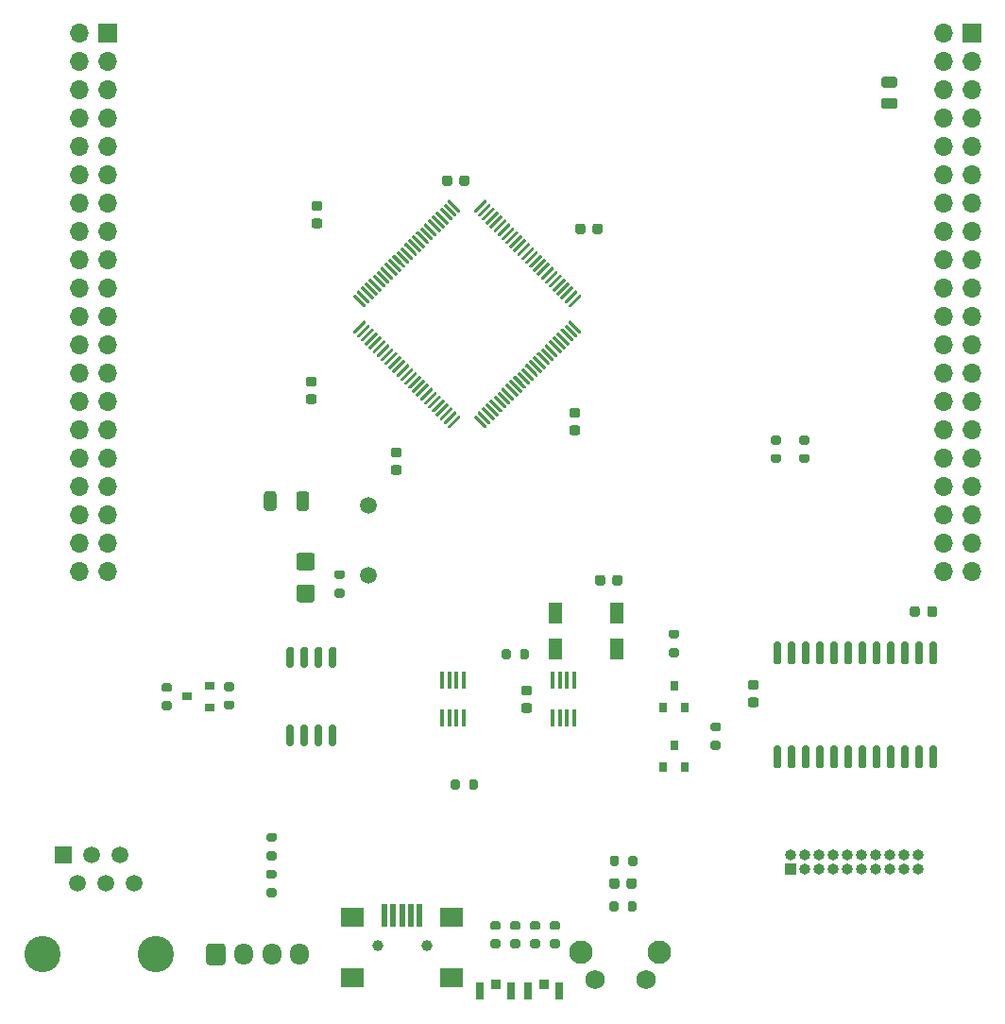
<source format=gts>
%TF.GenerationSoftware,KiCad,Pcbnew,5.1.9+dfsg1-1*%
%TF.CreationDate,2021-05-17T22:01:10+02:00*%
%TF.ProjectId,PIC32MXCubeV1,50494333-324d-4584-9375-626556312e6b,rev?*%
%TF.SameCoordinates,Original*%
%TF.FileFunction,Soldermask,Top*%
%TF.FilePolarity,Negative*%
%FSLAX46Y46*%
G04 Gerber Fmt 4.6, Leading zero omitted, Abs format (unit mm)*
G04 Created by KiCad (PCBNEW 5.1.9+dfsg1-1) date 2021-05-17 22:01:10*
%MOMM*%
%LPD*%
G01*
G04 APERTURE LIST*
%ADD10R,0.900000X0.900000*%
%ADD11R,0.750000X1.500000*%
%ADD12C,3.250000*%
%ADD13C,1.520000*%
%ADD14R,1.520000X1.520000*%
%ADD15O,1.700000X1.700000*%
%ADD16R,1.700000X1.700000*%
%ADD17O,1.700000X1.950000*%
%ADD18C,2.100000*%
%ADD19C,1.750000*%
%ADD20R,0.500000X2.000000*%
%ADD21R,2.000000X1.700000*%
%ADD22C,1.000000*%
%ADD23R,0.800000X0.900000*%
%ADD24R,1.000000X1.000000*%
%ADD25O,1.000000X1.000000*%
%ADD26R,0.300000X1.600000*%
%ADD27R,1.300000X1.900000*%
%ADD28C,1.500000*%
%ADD29R,0.900000X0.800000*%
G04 APERTURE END LIST*
%TO.C,U3001*%
G36*
G01*
X157203000Y-113406000D02*
X157503000Y-113406000D01*
G75*
G02*
X157653000Y-113556000I0J-150000D01*
G01*
X157653000Y-115156000D01*
G75*
G02*
X157503000Y-115306000I-150000J0D01*
G01*
X157203000Y-115306000D01*
G75*
G02*
X157053000Y-115156000I0J150000D01*
G01*
X157053000Y-113556000D01*
G75*
G02*
X157203000Y-113406000I150000J0D01*
G01*
G37*
G36*
G01*
X155933000Y-113406000D02*
X156233000Y-113406000D01*
G75*
G02*
X156383000Y-113556000I0J-150000D01*
G01*
X156383000Y-115156000D01*
G75*
G02*
X156233000Y-115306000I-150000J0D01*
G01*
X155933000Y-115306000D01*
G75*
G02*
X155783000Y-115156000I0J150000D01*
G01*
X155783000Y-113556000D01*
G75*
G02*
X155933000Y-113406000I150000J0D01*
G01*
G37*
G36*
G01*
X154663000Y-113406000D02*
X154963000Y-113406000D01*
G75*
G02*
X155113000Y-113556000I0J-150000D01*
G01*
X155113000Y-115156000D01*
G75*
G02*
X154963000Y-115306000I-150000J0D01*
G01*
X154663000Y-115306000D01*
G75*
G02*
X154513000Y-115156000I0J150000D01*
G01*
X154513000Y-113556000D01*
G75*
G02*
X154663000Y-113406000I150000J0D01*
G01*
G37*
G36*
G01*
X153393000Y-113406000D02*
X153693000Y-113406000D01*
G75*
G02*
X153843000Y-113556000I0J-150000D01*
G01*
X153843000Y-115156000D01*
G75*
G02*
X153693000Y-115306000I-150000J0D01*
G01*
X153393000Y-115306000D01*
G75*
G02*
X153243000Y-115156000I0J150000D01*
G01*
X153243000Y-113556000D01*
G75*
G02*
X153393000Y-113406000I150000J0D01*
G01*
G37*
G36*
G01*
X153393000Y-120406000D02*
X153693000Y-120406000D01*
G75*
G02*
X153843000Y-120556000I0J-150000D01*
G01*
X153843000Y-122156000D01*
G75*
G02*
X153693000Y-122306000I-150000J0D01*
G01*
X153393000Y-122306000D01*
G75*
G02*
X153243000Y-122156000I0J150000D01*
G01*
X153243000Y-120556000D01*
G75*
G02*
X153393000Y-120406000I150000J0D01*
G01*
G37*
G36*
G01*
X154663000Y-120406000D02*
X154963000Y-120406000D01*
G75*
G02*
X155113000Y-120556000I0J-150000D01*
G01*
X155113000Y-122156000D01*
G75*
G02*
X154963000Y-122306000I-150000J0D01*
G01*
X154663000Y-122306000D01*
G75*
G02*
X154513000Y-122156000I0J150000D01*
G01*
X154513000Y-120556000D01*
G75*
G02*
X154663000Y-120406000I150000J0D01*
G01*
G37*
G36*
G01*
X155933000Y-120406000D02*
X156233000Y-120406000D01*
G75*
G02*
X156383000Y-120556000I0J-150000D01*
G01*
X156383000Y-122156000D01*
G75*
G02*
X156233000Y-122306000I-150000J0D01*
G01*
X155933000Y-122306000D01*
G75*
G02*
X155783000Y-122156000I0J150000D01*
G01*
X155783000Y-120556000D01*
G75*
G02*
X155933000Y-120406000I150000J0D01*
G01*
G37*
G36*
G01*
X157203000Y-120406000D02*
X157503000Y-120406000D01*
G75*
G02*
X157653000Y-120556000I0J-150000D01*
G01*
X157653000Y-122156000D01*
G75*
G02*
X157503000Y-122306000I-150000J0D01*
G01*
X157203000Y-122306000D01*
G75*
G02*
X157053000Y-122156000I0J150000D01*
G01*
X157053000Y-120556000D01*
G75*
G02*
X157203000Y-120406000I150000J0D01*
G01*
G37*
%TD*%
%TO.C,R1002*%
G36*
G01*
X174011000Y-138767000D02*
X173461000Y-138767000D01*
G75*
G02*
X173261000Y-138567000I0J200000D01*
G01*
X173261000Y-138167000D01*
G75*
G02*
X173461000Y-137967000I200000J0D01*
G01*
X174011000Y-137967000D01*
G75*
G02*
X174211000Y-138167000I0J-200000D01*
G01*
X174211000Y-138567000D01*
G75*
G02*
X174011000Y-138767000I-200000J0D01*
G01*
G37*
G36*
G01*
X174011000Y-140417000D02*
X173461000Y-140417000D01*
G75*
G02*
X173261000Y-140217000I0J200000D01*
G01*
X173261000Y-139817000D01*
G75*
G02*
X173461000Y-139617000I200000J0D01*
G01*
X174011000Y-139617000D01*
G75*
G02*
X174211000Y-139817000I0J-200000D01*
G01*
X174211000Y-140217000D01*
G75*
G02*
X174011000Y-140417000I-200000J0D01*
G01*
G37*
%TD*%
%TO.C,C3004*%
G36*
G01*
X163318000Y-97999000D02*
X162818000Y-97999000D01*
G75*
G02*
X162593000Y-97774000I0J225000D01*
G01*
X162593000Y-97324000D01*
G75*
G02*
X162818000Y-97099000I225000J0D01*
G01*
X163318000Y-97099000D01*
G75*
G02*
X163543000Y-97324000I0J-225000D01*
G01*
X163543000Y-97774000D01*
G75*
G02*
X163318000Y-97999000I-225000J0D01*
G01*
G37*
G36*
G01*
X163318000Y-96449000D02*
X162818000Y-96449000D01*
G75*
G02*
X162593000Y-96224000I0J225000D01*
G01*
X162593000Y-95774000D01*
G75*
G02*
X162818000Y-95549000I225000J0D01*
G01*
X163318000Y-95549000D01*
G75*
G02*
X163543000Y-95774000I0J-225000D01*
G01*
X163543000Y-96224000D01*
G75*
G02*
X163318000Y-96449000I-225000J0D01*
G01*
G37*
%TD*%
%TO.C,U3004*%
G36*
G01*
X167667911Y-73436696D02*
X167773977Y-73330630D01*
G75*
G02*
X167880043Y-73330630I53033J-53033D01*
G01*
X168816959Y-74267546D01*
G75*
G02*
X168816959Y-74373612I-53033J-53033D01*
G01*
X168710893Y-74479678D01*
G75*
G02*
X168604827Y-74479678I-53033J53033D01*
G01*
X167667911Y-73542762D01*
G75*
G02*
X167667911Y-73436696I53033J53033D01*
G01*
G37*
G36*
G01*
X167314358Y-73790249D02*
X167420424Y-73684183D01*
G75*
G02*
X167526490Y-73684183I53033J-53033D01*
G01*
X168463406Y-74621099D01*
G75*
G02*
X168463406Y-74727165I-53033J-53033D01*
G01*
X168357340Y-74833231D01*
G75*
G02*
X168251274Y-74833231I-53033J53033D01*
G01*
X167314358Y-73896315D01*
G75*
G02*
X167314358Y-73790249I53033J53033D01*
G01*
G37*
G36*
G01*
X166960804Y-74143802D02*
X167066870Y-74037736D01*
G75*
G02*
X167172936Y-74037736I53033J-53033D01*
G01*
X168109852Y-74974652D01*
G75*
G02*
X168109852Y-75080718I-53033J-53033D01*
G01*
X168003786Y-75186784D01*
G75*
G02*
X167897720Y-75186784I-53033J53033D01*
G01*
X166960804Y-74249868D01*
G75*
G02*
X166960804Y-74143802I53033J53033D01*
G01*
G37*
G36*
G01*
X166607251Y-74497356D02*
X166713317Y-74391290D01*
G75*
G02*
X166819383Y-74391290I53033J-53033D01*
G01*
X167756299Y-75328206D01*
G75*
G02*
X167756299Y-75434272I-53033J-53033D01*
G01*
X167650233Y-75540338D01*
G75*
G02*
X167544167Y-75540338I-53033J53033D01*
G01*
X166607251Y-74603422D01*
G75*
G02*
X166607251Y-74497356I53033J53033D01*
G01*
G37*
G36*
G01*
X166253697Y-74850909D02*
X166359763Y-74744843D01*
G75*
G02*
X166465829Y-74744843I53033J-53033D01*
G01*
X167402745Y-75681759D01*
G75*
G02*
X167402745Y-75787825I-53033J-53033D01*
G01*
X167296679Y-75893891D01*
G75*
G02*
X167190613Y-75893891I-53033J53033D01*
G01*
X166253697Y-74956975D01*
G75*
G02*
X166253697Y-74850909I53033J53033D01*
G01*
G37*
G36*
G01*
X165900144Y-75204463D02*
X166006210Y-75098397D01*
G75*
G02*
X166112276Y-75098397I53033J-53033D01*
G01*
X167049192Y-76035313D01*
G75*
G02*
X167049192Y-76141379I-53033J-53033D01*
G01*
X166943126Y-76247445D01*
G75*
G02*
X166837060Y-76247445I-53033J53033D01*
G01*
X165900144Y-75310529D01*
G75*
G02*
X165900144Y-75204463I53033J53033D01*
G01*
G37*
G36*
G01*
X165546591Y-75558016D02*
X165652657Y-75451950D01*
G75*
G02*
X165758723Y-75451950I53033J-53033D01*
G01*
X166695639Y-76388866D01*
G75*
G02*
X166695639Y-76494932I-53033J-53033D01*
G01*
X166589573Y-76600998D01*
G75*
G02*
X166483507Y-76600998I-53033J53033D01*
G01*
X165546591Y-75664082D01*
G75*
G02*
X165546591Y-75558016I53033J53033D01*
G01*
G37*
G36*
G01*
X165193037Y-75911569D02*
X165299103Y-75805503D01*
G75*
G02*
X165405169Y-75805503I53033J-53033D01*
G01*
X166342085Y-76742419D01*
G75*
G02*
X166342085Y-76848485I-53033J-53033D01*
G01*
X166236019Y-76954551D01*
G75*
G02*
X166129953Y-76954551I-53033J53033D01*
G01*
X165193037Y-76017635D01*
G75*
G02*
X165193037Y-75911569I53033J53033D01*
G01*
G37*
G36*
G01*
X164839484Y-76265123D02*
X164945550Y-76159057D01*
G75*
G02*
X165051616Y-76159057I53033J-53033D01*
G01*
X165988532Y-77095973D01*
G75*
G02*
X165988532Y-77202039I-53033J-53033D01*
G01*
X165882466Y-77308105D01*
G75*
G02*
X165776400Y-77308105I-53033J53033D01*
G01*
X164839484Y-76371189D01*
G75*
G02*
X164839484Y-76265123I53033J53033D01*
G01*
G37*
G36*
G01*
X164485930Y-76618676D02*
X164591996Y-76512610D01*
G75*
G02*
X164698062Y-76512610I53033J-53033D01*
G01*
X165634978Y-77449526D01*
G75*
G02*
X165634978Y-77555592I-53033J-53033D01*
G01*
X165528912Y-77661658D01*
G75*
G02*
X165422846Y-77661658I-53033J53033D01*
G01*
X164485930Y-76724742D01*
G75*
G02*
X164485930Y-76618676I53033J53033D01*
G01*
G37*
G36*
G01*
X164132377Y-76972230D02*
X164238443Y-76866164D01*
G75*
G02*
X164344509Y-76866164I53033J-53033D01*
G01*
X165281425Y-77803080D01*
G75*
G02*
X165281425Y-77909146I-53033J-53033D01*
G01*
X165175359Y-78015212D01*
G75*
G02*
X165069293Y-78015212I-53033J53033D01*
G01*
X164132377Y-77078296D01*
G75*
G02*
X164132377Y-76972230I53033J53033D01*
G01*
G37*
G36*
G01*
X163778824Y-77325783D02*
X163884890Y-77219717D01*
G75*
G02*
X163990956Y-77219717I53033J-53033D01*
G01*
X164927872Y-78156633D01*
G75*
G02*
X164927872Y-78262699I-53033J-53033D01*
G01*
X164821806Y-78368765D01*
G75*
G02*
X164715740Y-78368765I-53033J53033D01*
G01*
X163778824Y-77431849D01*
G75*
G02*
X163778824Y-77325783I53033J53033D01*
G01*
G37*
G36*
G01*
X163425270Y-77679336D02*
X163531336Y-77573270D01*
G75*
G02*
X163637402Y-77573270I53033J-53033D01*
G01*
X164574318Y-78510186D01*
G75*
G02*
X164574318Y-78616252I-53033J-53033D01*
G01*
X164468252Y-78722318D01*
G75*
G02*
X164362186Y-78722318I-53033J53033D01*
G01*
X163425270Y-77785402D01*
G75*
G02*
X163425270Y-77679336I53033J53033D01*
G01*
G37*
G36*
G01*
X163071717Y-78032890D02*
X163177783Y-77926824D01*
G75*
G02*
X163283849Y-77926824I53033J-53033D01*
G01*
X164220765Y-78863740D01*
G75*
G02*
X164220765Y-78969806I-53033J-53033D01*
G01*
X164114699Y-79075872D01*
G75*
G02*
X164008633Y-79075872I-53033J53033D01*
G01*
X163071717Y-78138956D01*
G75*
G02*
X163071717Y-78032890I53033J53033D01*
G01*
G37*
G36*
G01*
X162718164Y-78386443D02*
X162824230Y-78280377D01*
G75*
G02*
X162930296Y-78280377I53033J-53033D01*
G01*
X163867212Y-79217293D01*
G75*
G02*
X163867212Y-79323359I-53033J-53033D01*
G01*
X163761146Y-79429425D01*
G75*
G02*
X163655080Y-79429425I-53033J53033D01*
G01*
X162718164Y-78492509D01*
G75*
G02*
X162718164Y-78386443I53033J53033D01*
G01*
G37*
G36*
G01*
X162364610Y-78739996D02*
X162470676Y-78633930D01*
G75*
G02*
X162576742Y-78633930I53033J-53033D01*
G01*
X163513658Y-79570846D01*
G75*
G02*
X163513658Y-79676912I-53033J-53033D01*
G01*
X163407592Y-79782978D01*
G75*
G02*
X163301526Y-79782978I-53033J53033D01*
G01*
X162364610Y-78846062D01*
G75*
G02*
X162364610Y-78739996I53033J53033D01*
G01*
G37*
G36*
G01*
X162011057Y-79093550D02*
X162117123Y-78987484D01*
G75*
G02*
X162223189Y-78987484I53033J-53033D01*
G01*
X163160105Y-79924400D01*
G75*
G02*
X163160105Y-80030466I-53033J-53033D01*
G01*
X163054039Y-80136532D01*
G75*
G02*
X162947973Y-80136532I-53033J53033D01*
G01*
X162011057Y-79199616D01*
G75*
G02*
X162011057Y-79093550I53033J53033D01*
G01*
G37*
G36*
G01*
X161657503Y-79447103D02*
X161763569Y-79341037D01*
G75*
G02*
X161869635Y-79341037I53033J-53033D01*
G01*
X162806551Y-80277953D01*
G75*
G02*
X162806551Y-80384019I-53033J-53033D01*
G01*
X162700485Y-80490085D01*
G75*
G02*
X162594419Y-80490085I-53033J53033D01*
G01*
X161657503Y-79553169D01*
G75*
G02*
X161657503Y-79447103I53033J53033D01*
G01*
G37*
G36*
G01*
X161303950Y-79800657D02*
X161410016Y-79694591D01*
G75*
G02*
X161516082Y-79694591I53033J-53033D01*
G01*
X162452998Y-80631507D01*
G75*
G02*
X162452998Y-80737573I-53033J-53033D01*
G01*
X162346932Y-80843639D01*
G75*
G02*
X162240866Y-80843639I-53033J53033D01*
G01*
X161303950Y-79906723D01*
G75*
G02*
X161303950Y-79800657I53033J53033D01*
G01*
G37*
G36*
G01*
X160950397Y-80154210D02*
X161056463Y-80048144D01*
G75*
G02*
X161162529Y-80048144I53033J-53033D01*
G01*
X162099445Y-80985060D01*
G75*
G02*
X162099445Y-81091126I-53033J-53033D01*
G01*
X161993379Y-81197192D01*
G75*
G02*
X161887313Y-81197192I-53033J53033D01*
G01*
X160950397Y-80260276D01*
G75*
G02*
X160950397Y-80154210I53033J53033D01*
G01*
G37*
G36*
G01*
X160596843Y-80507763D02*
X160702909Y-80401697D01*
G75*
G02*
X160808975Y-80401697I53033J-53033D01*
G01*
X161745891Y-81338613D01*
G75*
G02*
X161745891Y-81444679I-53033J-53033D01*
G01*
X161639825Y-81550745D01*
G75*
G02*
X161533759Y-81550745I-53033J53033D01*
G01*
X160596843Y-80613829D01*
G75*
G02*
X160596843Y-80507763I53033J53033D01*
G01*
G37*
G36*
G01*
X160243290Y-80861317D02*
X160349356Y-80755251D01*
G75*
G02*
X160455422Y-80755251I53033J-53033D01*
G01*
X161392338Y-81692167D01*
G75*
G02*
X161392338Y-81798233I-53033J-53033D01*
G01*
X161286272Y-81904299D01*
G75*
G02*
X161180206Y-81904299I-53033J53033D01*
G01*
X160243290Y-80967383D01*
G75*
G02*
X160243290Y-80861317I53033J53033D01*
G01*
G37*
G36*
G01*
X159889736Y-81214870D02*
X159995802Y-81108804D01*
G75*
G02*
X160101868Y-81108804I53033J-53033D01*
G01*
X161038784Y-82045720D01*
G75*
G02*
X161038784Y-82151786I-53033J-53033D01*
G01*
X160932718Y-82257852D01*
G75*
G02*
X160826652Y-82257852I-53033J53033D01*
G01*
X159889736Y-81320936D01*
G75*
G02*
X159889736Y-81214870I53033J53033D01*
G01*
G37*
G36*
G01*
X159536183Y-81568424D02*
X159642249Y-81462358D01*
G75*
G02*
X159748315Y-81462358I53033J-53033D01*
G01*
X160685231Y-82399274D01*
G75*
G02*
X160685231Y-82505340I-53033J-53033D01*
G01*
X160579165Y-82611406D01*
G75*
G02*
X160473099Y-82611406I-53033J53033D01*
G01*
X159536183Y-81674490D01*
G75*
G02*
X159536183Y-81568424I53033J53033D01*
G01*
G37*
G36*
G01*
X159182630Y-81921977D02*
X159288696Y-81815911D01*
G75*
G02*
X159394762Y-81815911I53033J-53033D01*
G01*
X160331678Y-82752827D01*
G75*
G02*
X160331678Y-82858893I-53033J-53033D01*
G01*
X160225612Y-82964959D01*
G75*
G02*
X160119546Y-82964959I-53033J53033D01*
G01*
X159182630Y-82028043D01*
G75*
G02*
X159182630Y-81921977I53033J53033D01*
G01*
G37*
G36*
G01*
X159182630Y-85103957D02*
X160119546Y-84167041D01*
G75*
G02*
X160225612Y-84167041I53033J-53033D01*
G01*
X160331678Y-84273107D01*
G75*
G02*
X160331678Y-84379173I-53033J-53033D01*
G01*
X159394762Y-85316089D01*
G75*
G02*
X159288696Y-85316089I-53033J53033D01*
G01*
X159182630Y-85210023D01*
G75*
G02*
X159182630Y-85103957I53033J53033D01*
G01*
G37*
G36*
G01*
X159536183Y-85457510D02*
X160473099Y-84520594D01*
G75*
G02*
X160579165Y-84520594I53033J-53033D01*
G01*
X160685231Y-84626660D01*
G75*
G02*
X160685231Y-84732726I-53033J-53033D01*
G01*
X159748315Y-85669642D01*
G75*
G02*
X159642249Y-85669642I-53033J53033D01*
G01*
X159536183Y-85563576D01*
G75*
G02*
X159536183Y-85457510I53033J53033D01*
G01*
G37*
G36*
G01*
X159889736Y-85811064D02*
X160826652Y-84874148D01*
G75*
G02*
X160932718Y-84874148I53033J-53033D01*
G01*
X161038784Y-84980214D01*
G75*
G02*
X161038784Y-85086280I-53033J-53033D01*
G01*
X160101868Y-86023196D01*
G75*
G02*
X159995802Y-86023196I-53033J53033D01*
G01*
X159889736Y-85917130D01*
G75*
G02*
X159889736Y-85811064I53033J53033D01*
G01*
G37*
G36*
G01*
X160243290Y-86164617D02*
X161180206Y-85227701D01*
G75*
G02*
X161286272Y-85227701I53033J-53033D01*
G01*
X161392338Y-85333767D01*
G75*
G02*
X161392338Y-85439833I-53033J-53033D01*
G01*
X160455422Y-86376749D01*
G75*
G02*
X160349356Y-86376749I-53033J53033D01*
G01*
X160243290Y-86270683D01*
G75*
G02*
X160243290Y-86164617I53033J53033D01*
G01*
G37*
G36*
G01*
X160596843Y-86518171D02*
X161533759Y-85581255D01*
G75*
G02*
X161639825Y-85581255I53033J-53033D01*
G01*
X161745891Y-85687321D01*
G75*
G02*
X161745891Y-85793387I-53033J-53033D01*
G01*
X160808975Y-86730303D01*
G75*
G02*
X160702909Y-86730303I-53033J53033D01*
G01*
X160596843Y-86624237D01*
G75*
G02*
X160596843Y-86518171I53033J53033D01*
G01*
G37*
G36*
G01*
X160950397Y-86871724D02*
X161887313Y-85934808D01*
G75*
G02*
X161993379Y-85934808I53033J-53033D01*
G01*
X162099445Y-86040874D01*
G75*
G02*
X162099445Y-86146940I-53033J-53033D01*
G01*
X161162529Y-87083856D01*
G75*
G02*
X161056463Y-87083856I-53033J53033D01*
G01*
X160950397Y-86977790D01*
G75*
G02*
X160950397Y-86871724I53033J53033D01*
G01*
G37*
G36*
G01*
X161303950Y-87225277D02*
X162240866Y-86288361D01*
G75*
G02*
X162346932Y-86288361I53033J-53033D01*
G01*
X162452998Y-86394427D01*
G75*
G02*
X162452998Y-86500493I-53033J-53033D01*
G01*
X161516082Y-87437409D01*
G75*
G02*
X161410016Y-87437409I-53033J53033D01*
G01*
X161303950Y-87331343D01*
G75*
G02*
X161303950Y-87225277I53033J53033D01*
G01*
G37*
G36*
G01*
X161657503Y-87578831D02*
X162594419Y-86641915D01*
G75*
G02*
X162700485Y-86641915I53033J-53033D01*
G01*
X162806551Y-86747981D01*
G75*
G02*
X162806551Y-86854047I-53033J-53033D01*
G01*
X161869635Y-87790963D01*
G75*
G02*
X161763569Y-87790963I-53033J53033D01*
G01*
X161657503Y-87684897D01*
G75*
G02*
X161657503Y-87578831I53033J53033D01*
G01*
G37*
G36*
G01*
X162011057Y-87932384D02*
X162947973Y-86995468D01*
G75*
G02*
X163054039Y-86995468I53033J-53033D01*
G01*
X163160105Y-87101534D01*
G75*
G02*
X163160105Y-87207600I-53033J-53033D01*
G01*
X162223189Y-88144516D01*
G75*
G02*
X162117123Y-88144516I-53033J53033D01*
G01*
X162011057Y-88038450D01*
G75*
G02*
X162011057Y-87932384I53033J53033D01*
G01*
G37*
G36*
G01*
X162364610Y-88285938D02*
X163301526Y-87349022D01*
G75*
G02*
X163407592Y-87349022I53033J-53033D01*
G01*
X163513658Y-87455088D01*
G75*
G02*
X163513658Y-87561154I-53033J-53033D01*
G01*
X162576742Y-88498070D01*
G75*
G02*
X162470676Y-88498070I-53033J53033D01*
G01*
X162364610Y-88392004D01*
G75*
G02*
X162364610Y-88285938I53033J53033D01*
G01*
G37*
G36*
G01*
X162718164Y-88639491D02*
X163655080Y-87702575D01*
G75*
G02*
X163761146Y-87702575I53033J-53033D01*
G01*
X163867212Y-87808641D01*
G75*
G02*
X163867212Y-87914707I-53033J-53033D01*
G01*
X162930296Y-88851623D01*
G75*
G02*
X162824230Y-88851623I-53033J53033D01*
G01*
X162718164Y-88745557D01*
G75*
G02*
X162718164Y-88639491I53033J53033D01*
G01*
G37*
G36*
G01*
X163071717Y-88993044D02*
X164008633Y-88056128D01*
G75*
G02*
X164114699Y-88056128I53033J-53033D01*
G01*
X164220765Y-88162194D01*
G75*
G02*
X164220765Y-88268260I-53033J-53033D01*
G01*
X163283849Y-89205176D01*
G75*
G02*
X163177783Y-89205176I-53033J53033D01*
G01*
X163071717Y-89099110D01*
G75*
G02*
X163071717Y-88993044I53033J53033D01*
G01*
G37*
G36*
G01*
X163425270Y-89346598D02*
X164362186Y-88409682D01*
G75*
G02*
X164468252Y-88409682I53033J-53033D01*
G01*
X164574318Y-88515748D01*
G75*
G02*
X164574318Y-88621814I-53033J-53033D01*
G01*
X163637402Y-89558730D01*
G75*
G02*
X163531336Y-89558730I-53033J53033D01*
G01*
X163425270Y-89452664D01*
G75*
G02*
X163425270Y-89346598I53033J53033D01*
G01*
G37*
G36*
G01*
X163778824Y-89700151D02*
X164715740Y-88763235D01*
G75*
G02*
X164821806Y-88763235I53033J-53033D01*
G01*
X164927872Y-88869301D01*
G75*
G02*
X164927872Y-88975367I-53033J-53033D01*
G01*
X163990956Y-89912283D01*
G75*
G02*
X163884890Y-89912283I-53033J53033D01*
G01*
X163778824Y-89806217D01*
G75*
G02*
X163778824Y-89700151I53033J53033D01*
G01*
G37*
G36*
G01*
X164132377Y-90053704D02*
X165069293Y-89116788D01*
G75*
G02*
X165175359Y-89116788I53033J-53033D01*
G01*
X165281425Y-89222854D01*
G75*
G02*
X165281425Y-89328920I-53033J-53033D01*
G01*
X164344509Y-90265836D01*
G75*
G02*
X164238443Y-90265836I-53033J53033D01*
G01*
X164132377Y-90159770D01*
G75*
G02*
X164132377Y-90053704I53033J53033D01*
G01*
G37*
G36*
G01*
X164485930Y-90407258D02*
X165422846Y-89470342D01*
G75*
G02*
X165528912Y-89470342I53033J-53033D01*
G01*
X165634978Y-89576408D01*
G75*
G02*
X165634978Y-89682474I-53033J-53033D01*
G01*
X164698062Y-90619390D01*
G75*
G02*
X164591996Y-90619390I-53033J53033D01*
G01*
X164485930Y-90513324D01*
G75*
G02*
X164485930Y-90407258I53033J53033D01*
G01*
G37*
G36*
G01*
X164839484Y-90760811D02*
X165776400Y-89823895D01*
G75*
G02*
X165882466Y-89823895I53033J-53033D01*
G01*
X165988532Y-89929961D01*
G75*
G02*
X165988532Y-90036027I-53033J-53033D01*
G01*
X165051616Y-90972943D01*
G75*
G02*
X164945550Y-90972943I-53033J53033D01*
G01*
X164839484Y-90866877D01*
G75*
G02*
X164839484Y-90760811I53033J53033D01*
G01*
G37*
G36*
G01*
X165193037Y-91114365D02*
X166129953Y-90177449D01*
G75*
G02*
X166236019Y-90177449I53033J-53033D01*
G01*
X166342085Y-90283515D01*
G75*
G02*
X166342085Y-90389581I-53033J-53033D01*
G01*
X165405169Y-91326497D01*
G75*
G02*
X165299103Y-91326497I-53033J53033D01*
G01*
X165193037Y-91220431D01*
G75*
G02*
X165193037Y-91114365I53033J53033D01*
G01*
G37*
G36*
G01*
X165546591Y-91467918D02*
X166483507Y-90531002D01*
G75*
G02*
X166589573Y-90531002I53033J-53033D01*
G01*
X166695639Y-90637068D01*
G75*
G02*
X166695639Y-90743134I-53033J-53033D01*
G01*
X165758723Y-91680050D01*
G75*
G02*
X165652657Y-91680050I-53033J53033D01*
G01*
X165546591Y-91573984D01*
G75*
G02*
X165546591Y-91467918I53033J53033D01*
G01*
G37*
G36*
G01*
X165900144Y-91821471D02*
X166837060Y-90884555D01*
G75*
G02*
X166943126Y-90884555I53033J-53033D01*
G01*
X167049192Y-90990621D01*
G75*
G02*
X167049192Y-91096687I-53033J-53033D01*
G01*
X166112276Y-92033603D01*
G75*
G02*
X166006210Y-92033603I-53033J53033D01*
G01*
X165900144Y-91927537D01*
G75*
G02*
X165900144Y-91821471I53033J53033D01*
G01*
G37*
G36*
G01*
X166253697Y-92175025D02*
X167190613Y-91238109D01*
G75*
G02*
X167296679Y-91238109I53033J-53033D01*
G01*
X167402745Y-91344175D01*
G75*
G02*
X167402745Y-91450241I-53033J-53033D01*
G01*
X166465829Y-92387157D01*
G75*
G02*
X166359763Y-92387157I-53033J53033D01*
G01*
X166253697Y-92281091D01*
G75*
G02*
X166253697Y-92175025I53033J53033D01*
G01*
G37*
G36*
G01*
X166607251Y-92528578D02*
X167544167Y-91591662D01*
G75*
G02*
X167650233Y-91591662I53033J-53033D01*
G01*
X167756299Y-91697728D01*
G75*
G02*
X167756299Y-91803794I-53033J-53033D01*
G01*
X166819383Y-92740710D01*
G75*
G02*
X166713317Y-92740710I-53033J53033D01*
G01*
X166607251Y-92634644D01*
G75*
G02*
X166607251Y-92528578I53033J53033D01*
G01*
G37*
G36*
G01*
X166960804Y-92882132D02*
X167897720Y-91945216D01*
G75*
G02*
X168003786Y-91945216I53033J-53033D01*
G01*
X168109852Y-92051282D01*
G75*
G02*
X168109852Y-92157348I-53033J-53033D01*
G01*
X167172936Y-93094264D01*
G75*
G02*
X167066870Y-93094264I-53033J53033D01*
G01*
X166960804Y-92988198D01*
G75*
G02*
X166960804Y-92882132I53033J53033D01*
G01*
G37*
G36*
G01*
X167314358Y-93235685D02*
X168251274Y-92298769D01*
G75*
G02*
X168357340Y-92298769I53033J-53033D01*
G01*
X168463406Y-92404835D01*
G75*
G02*
X168463406Y-92510901I-53033J-53033D01*
G01*
X167526490Y-93447817D01*
G75*
G02*
X167420424Y-93447817I-53033J53033D01*
G01*
X167314358Y-93341751D01*
G75*
G02*
X167314358Y-93235685I53033J53033D01*
G01*
G37*
G36*
G01*
X167667911Y-93589238D02*
X168604827Y-92652322D01*
G75*
G02*
X168710893Y-92652322I53033J-53033D01*
G01*
X168816959Y-92758388D01*
G75*
G02*
X168816959Y-92864454I-53033J-53033D01*
G01*
X167880043Y-93801370D01*
G75*
G02*
X167773977Y-93801370I-53033J53033D01*
G01*
X167667911Y-93695304D01*
G75*
G02*
X167667911Y-93589238I53033J53033D01*
G01*
G37*
G36*
G01*
X170019041Y-92758388D02*
X170125107Y-92652322D01*
G75*
G02*
X170231173Y-92652322I53033J-53033D01*
G01*
X171168089Y-93589238D01*
G75*
G02*
X171168089Y-93695304I-53033J-53033D01*
G01*
X171062023Y-93801370D01*
G75*
G02*
X170955957Y-93801370I-53033J53033D01*
G01*
X170019041Y-92864454D01*
G75*
G02*
X170019041Y-92758388I53033J53033D01*
G01*
G37*
G36*
G01*
X170372594Y-92404835D02*
X170478660Y-92298769D01*
G75*
G02*
X170584726Y-92298769I53033J-53033D01*
G01*
X171521642Y-93235685D01*
G75*
G02*
X171521642Y-93341751I-53033J-53033D01*
G01*
X171415576Y-93447817D01*
G75*
G02*
X171309510Y-93447817I-53033J53033D01*
G01*
X170372594Y-92510901D01*
G75*
G02*
X170372594Y-92404835I53033J53033D01*
G01*
G37*
G36*
G01*
X170726148Y-92051282D02*
X170832214Y-91945216D01*
G75*
G02*
X170938280Y-91945216I53033J-53033D01*
G01*
X171875196Y-92882132D01*
G75*
G02*
X171875196Y-92988198I-53033J-53033D01*
G01*
X171769130Y-93094264D01*
G75*
G02*
X171663064Y-93094264I-53033J53033D01*
G01*
X170726148Y-92157348D01*
G75*
G02*
X170726148Y-92051282I53033J53033D01*
G01*
G37*
G36*
G01*
X171079701Y-91697728D02*
X171185767Y-91591662D01*
G75*
G02*
X171291833Y-91591662I53033J-53033D01*
G01*
X172228749Y-92528578D01*
G75*
G02*
X172228749Y-92634644I-53033J-53033D01*
G01*
X172122683Y-92740710D01*
G75*
G02*
X172016617Y-92740710I-53033J53033D01*
G01*
X171079701Y-91803794D01*
G75*
G02*
X171079701Y-91697728I53033J53033D01*
G01*
G37*
G36*
G01*
X171433255Y-91344175D02*
X171539321Y-91238109D01*
G75*
G02*
X171645387Y-91238109I53033J-53033D01*
G01*
X172582303Y-92175025D01*
G75*
G02*
X172582303Y-92281091I-53033J-53033D01*
G01*
X172476237Y-92387157D01*
G75*
G02*
X172370171Y-92387157I-53033J53033D01*
G01*
X171433255Y-91450241D01*
G75*
G02*
X171433255Y-91344175I53033J53033D01*
G01*
G37*
G36*
G01*
X171786808Y-90990621D02*
X171892874Y-90884555D01*
G75*
G02*
X171998940Y-90884555I53033J-53033D01*
G01*
X172935856Y-91821471D01*
G75*
G02*
X172935856Y-91927537I-53033J-53033D01*
G01*
X172829790Y-92033603D01*
G75*
G02*
X172723724Y-92033603I-53033J53033D01*
G01*
X171786808Y-91096687D01*
G75*
G02*
X171786808Y-90990621I53033J53033D01*
G01*
G37*
G36*
G01*
X172140361Y-90637068D02*
X172246427Y-90531002D01*
G75*
G02*
X172352493Y-90531002I53033J-53033D01*
G01*
X173289409Y-91467918D01*
G75*
G02*
X173289409Y-91573984I-53033J-53033D01*
G01*
X173183343Y-91680050D01*
G75*
G02*
X173077277Y-91680050I-53033J53033D01*
G01*
X172140361Y-90743134D01*
G75*
G02*
X172140361Y-90637068I53033J53033D01*
G01*
G37*
G36*
G01*
X172493915Y-90283515D02*
X172599981Y-90177449D01*
G75*
G02*
X172706047Y-90177449I53033J-53033D01*
G01*
X173642963Y-91114365D01*
G75*
G02*
X173642963Y-91220431I-53033J-53033D01*
G01*
X173536897Y-91326497D01*
G75*
G02*
X173430831Y-91326497I-53033J53033D01*
G01*
X172493915Y-90389581D01*
G75*
G02*
X172493915Y-90283515I53033J53033D01*
G01*
G37*
G36*
G01*
X172847468Y-89929961D02*
X172953534Y-89823895D01*
G75*
G02*
X173059600Y-89823895I53033J-53033D01*
G01*
X173996516Y-90760811D01*
G75*
G02*
X173996516Y-90866877I-53033J-53033D01*
G01*
X173890450Y-90972943D01*
G75*
G02*
X173784384Y-90972943I-53033J53033D01*
G01*
X172847468Y-90036027D01*
G75*
G02*
X172847468Y-89929961I53033J53033D01*
G01*
G37*
G36*
G01*
X173201022Y-89576408D02*
X173307088Y-89470342D01*
G75*
G02*
X173413154Y-89470342I53033J-53033D01*
G01*
X174350070Y-90407258D01*
G75*
G02*
X174350070Y-90513324I-53033J-53033D01*
G01*
X174244004Y-90619390D01*
G75*
G02*
X174137938Y-90619390I-53033J53033D01*
G01*
X173201022Y-89682474D01*
G75*
G02*
X173201022Y-89576408I53033J53033D01*
G01*
G37*
G36*
G01*
X173554575Y-89222854D02*
X173660641Y-89116788D01*
G75*
G02*
X173766707Y-89116788I53033J-53033D01*
G01*
X174703623Y-90053704D01*
G75*
G02*
X174703623Y-90159770I-53033J-53033D01*
G01*
X174597557Y-90265836D01*
G75*
G02*
X174491491Y-90265836I-53033J53033D01*
G01*
X173554575Y-89328920D01*
G75*
G02*
X173554575Y-89222854I53033J53033D01*
G01*
G37*
G36*
G01*
X173908128Y-88869301D02*
X174014194Y-88763235D01*
G75*
G02*
X174120260Y-88763235I53033J-53033D01*
G01*
X175057176Y-89700151D01*
G75*
G02*
X175057176Y-89806217I-53033J-53033D01*
G01*
X174951110Y-89912283D01*
G75*
G02*
X174845044Y-89912283I-53033J53033D01*
G01*
X173908128Y-88975367D01*
G75*
G02*
X173908128Y-88869301I53033J53033D01*
G01*
G37*
G36*
G01*
X174261682Y-88515748D02*
X174367748Y-88409682D01*
G75*
G02*
X174473814Y-88409682I53033J-53033D01*
G01*
X175410730Y-89346598D01*
G75*
G02*
X175410730Y-89452664I-53033J-53033D01*
G01*
X175304664Y-89558730D01*
G75*
G02*
X175198598Y-89558730I-53033J53033D01*
G01*
X174261682Y-88621814D01*
G75*
G02*
X174261682Y-88515748I53033J53033D01*
G01*
G37*
G36*
G01*
X174615235Y-88162194D02*
X174721301Y-88056128D01*
G75*
G02*
X174827367Y-88056128I53033J-53033D01*
G01*
X175764283Y-88993044D01*
G75*
G02*
X175764283Y-89099110I-53033J-53033D01*
G01*
X175658217Y-89205176D01*
G75*
G02*
X175552151Y-89205176I-53033J53033D01*
G01*
X174615235Y-88268260D01*
G75*
G02*
X174615235Y-88162194I53033J53033D01*
G01*
G37*
G36*
G01*
X174968788Y-87808641D02*
X175074854Y-87702575D01*
G75*
G02*
X175180920Y-87702575I53033J-53033D01*
G01*
X176117836Y-88639491D01*
G75*
G02*
X176117836Y-88745557I-53033J-53033D01*
G01*
X176011770Y-88851623D01*
G75*
G02*
X175905704Y-88851623I-53033J53033D01*
G01*
X174968788Y-87914707D01*
G75*
G02*
X174968788Y-87808641I53033J53033D01*
G01*
G37*
G36*
G01*
X175322342Y-87455088D02*
X175428408Y-87349022D01*
G75*
G02*
X175534474Y-87349022I53033J-53033D01*
G01*
X176471390Y-88285938D01*
G75*
G02*
X176471390Y-88392004I-53033J-53033D01*
G01*
X176365324Y-88498070D01*
G75*
G02*
X176259258Y-88498070I-53033J53033D01*
G01*
X175322342Y-87561154D01*
G75*
G02*
X175322342Y-87455088I53033J53033D01*
G01*
G37*
G36*
G01*
X175675895Y-87101534D02*
X175781961Y-86995468D01*
G75*
G02*
X175888027Y-86995468I53033J-53033D01*
G01*
X176824943Y-87932384D01*
G75*
G02*
X176824943Y-88038450I-53033J-53033D01*
G01*
X176718877Y-88144516D01*
G75*
G02*
X176612811Y-88144516I-53033J53033D01*
G01*
X175675895Y-87207600D01*
G75*
G02*
X175675895Y-87101534I53033J53033D01*
G01*
G37*
G36*
G01*
X176029449Y-86747981D02*
X176135515Y-86641915D01*
G75*
G02*
X176241581Y-86641915I53033J-53033D01*
G01*
X177178497Y-87578831D01*
G75*
G02*
X177178497Y-87684897I-53033J-53033D01*
G01*
X177072431Y-87790963D01*
G75*
G02*
X176966365Y-87790963I-53033J53033D01*
G01*
X176029449Y-86854047D01*
G75*
G02*
X176029449Y-86747981I53033J53033D01*
G01*
G37*
G36*
G01*
X176383002Y-86394427D02*
X176489068Y-86288361D01*
G75*
G02*
X176595134Y-86288361I53033J-53033D01*
G01*
X177532050Y-87225277D01*
G75*
G02*
X177532050Y-87331343I-53033J-53033D01*
G01*
X177425984Y-87437409D01*
G75*
G02*
X177319918Y-87437409I-53033J53033D01*
G01*
X176383002Y-86500493D01*
G75*
G02*
X176383002Y-86394427I53033J53033D01*
G01*
G37*
G36*
G01*
X176736555Y-86040874D02*
X176842621Y-85934808D01*
G75*
G02*
X176948687Y-85934808I53033J-53033D01*
G01*
X177885603Y-86871724D01*
G75*
G02*
X177885603Y-86977790I-53033J-53033D01*
G01*
X177779537Y-87083856D01*
G75*
G02*
X177673471Y-87083856I-53033J53033D01*
G01*
X176736555Y-86146940D01*
G75*
G02*
X176736555Y-86040874I53033J53033D01*
G01*
G37*
G36*
G01*
X177090109Y-85687321D02*
X177196175Y-85581255D01*
G75*
G02*
X177302241Y-85581255I53033J-53033D01*
G01*
X178239157Y-86518171D01*
G75*
G02*
X178239157Y-86624237I-53033J-53033D01*
G01*
X178133091Y-86730303D01*
G75*
G02*
X178027025Y-86730303I-53033J53033D01*
G01*
X177090109Y-85793387D01*
G75*
G02*
X177090109Y-85687321I53033J53033D01*
G01*
G37*
G36*
G01*
X177443662Y-85333767D02*
X177549728Y-85227701D01*
G75*
G02*
X177655794Y-85227701I53033J-53033D01*
G01*
X178592710Y-86164617D01*
G75*
G02*
X178592710Y-86270683I-53033J-53033D01*
G01*
X178486644Y-86376749D01*
G75*
G02*
X178380578Y-86376749I-53033J53033D01*
G01*
X177443662Y-85439833D01*
G75*
G02*
X177443662Y-85333767I53033J53033D01*
G01*
G37*
G36*
G01*
X177797216Y-84980214D02*
X177903282Y-84874148D01*
G75*
G02*
X178009348Y-84874148I53033J-53033D01*
G01*
X178946264Y-85811064D01*
G75*
G02*
X178946264Y-85917130I-53033J-53033D01*
G01*
X178840198Y-86023196D01*
G75*
G02*
X178734132Y-86023196I-53033J53033D01*
G01*
X177797216Y-85086280D01*
G75*
G02*
X177797216Y-84980214I53033J53033D01*
G01*
G37*
G36*
G01*
X178150769Y-84626660D02*
X178256835Y-84520594D01*
G75*
G02*
X178362901Y-84520594I53033J-53033D01*
G01*
X179299817Y-85457510D01*
G75*
G02*
X179299817Y-85563576I-53033J-53033D01*
G01*
X179193751Y-85669642D01*
G75*
G02*
X179087685Y-85669642I-53033J53033D01*
G01*
X178150769Y-84732726D01*
G75*
G02*
X178150769Y-84626660I53033J53033D01*
G01*
G37*
G36*
G01*
X178504322Y-84273107D02*
X178610388Y-84167041D01*
G75*
G02*
X178716454Y-84167041I53033J-53033D01*
G01*
X179653370Y-85103957D01*
G75*
G02*
X179653370Y-85210023I-53033J-53033D01*
G01*
X179547304Y-85316089D01*
G75*
G02*
X179441238Y-85316089I-53033J53033D01*
G01*
X178504322Y-84379173D01*
G75*
G02*
X178504322Y-84273107I53033J53033D01*
G01*
G37*
G36*
G01*
X178504322Y-82752827D02*
X179441238Y-81815911D01*
G75*
G02*
X179547304Y-81815911I53033J-53033D01*
G01*
X179653370Y-81921977D01*
G75*
G02*
X179653370Y-82028043I-53033J-53033D01*
G01*
X178716454Y-82964959D01*
G75*
G02*
X178610388Y-82964959I-53033J53033D01*
G01*
X178504322Y-82858893D01*
G75*
G02*
X178504322Y-82752827I53033J53033D01*
G01*
G37*
G36*
G01*
X178150769Y-82399274D02*
X179087685Y-81462358D01*
G75*
G02*
X179193751Y-81462358I53033J-53033D01*
G01*
X179299817Y-81568424D01*
G75*
G02*
X179299817Y-81674490I-53033J-53033D01*
G01*
X178362901Y-82611406D01*
G75*
G02*
X178256835Y-82611406I-53033J53033D01*
G01*
X178150769Y-82505340D01*
G75*
G02*
X178150769Y-82399274I53033J53033D01*
G01*
G37*
G36*
G01*
X177797216Y-82045720D02*
X178734132Y-81108804D01*
G75*
G02*
X178840198Y-81108804I53033J-53033D01*
G01*
X178946264Y-81214870D01*
G75*
G02*
X178946264Y-81320936I-53033J-53033D01*
G01*
X178009348Y-82257852D01*
G75*
G02*
X177903282Y-82257852I-53033J53033D01*
G01*
X177797216Y-82151786D01*
G75*
G02*
X177797216Y-82045720I53033J53033D01*
G01*
G37*
G36*
G01*
X177443662Y-81692167D02*
X178380578Y-80755251D01*
G75*
G02*
X178486644Y-80755251I53033J-53033D01*
G01*
X178592710Y-80861317D01*
G75*
G02*
X178592710Y-80967383I-53033J-53033D01*
G01*
X177655794Y-81904299D01*
G75*
G02*
X177549728Y-81904299I-53033J53033D01*
G01*
X177443662Y-81798233D01*
G75*
G02*
X177443662Y-81692167I53033J53033D01*
G01*
G37*
G36*
G01*
X177090109Y-81338613D02*
X178027025Y-80401697D01*
G75*
G02*
X178133091Y-80401697I53033J-53033D01*
G01*
X178239157Y-80507763D01*
G75*
G02*
X178239157Y-80613829I-53033J-53033D01*
G01*
X177302241Y-81550745D01*
G75*
G02*
X177196175Y-81550745I-53033J53033D01*
G01*
X177090109Y-81444679D01*
G75*
G02*
X177090109Y-81338613I53033J53033D01*
G01*
G37*
G36*
G01*
X176736555Y-80985060D02*
X177673471Y-80048144D01*
G75*
G02*
X177779537Y-80048144I53033J-53033D01*
G01*
X177885603Y-80154210D01*
G75*
G02*
X177885603Y-80260276I-53033J-53033D01*
G01*
X176948687Y-81197192D01*
G75*
G02*
X176842621Y-81197192I-53033J53033D01*
G01*
X176736555Y-81091126D01*
G75*
G02*
X176736555Y-80985060I53033J53033D01*
G01*
G37*
G36*
G01*
X176383002Y-80631507D02*
X177319918Y-79694591D01*
G75*
G02*
X177425984Y-79694591I53033J-53033D01*
G01*
X177532050Y-79800657D01*
G75*
G02*
X177532050Y-79906723I-53033J-53033D01*
G01*
X176595134Y-80843639D01*
G75*
G02*
X176489068Y-80843639I-53033J53033D01*
G01*
X176383002Y-80737573D01*
G75*
G02*
X176383002Y-80631507I53033J53033D01*
G01*
G37*
G36*
G01*
X176029449Y-80277953D02*
X176966365Y-79341037D01*
G75*
G02*
X177072431Y-79341037I53033J-53033D01*
G01*
X177178497Y-79447103D01*
G75*
G02*
X177178497Y-79553169I-53033J-53033D01*
G01*
X176241581Y-80490085D01*
G75*
G02*
X176135515Y-80490085I-53033J53033D01*
G01*
X176029449Y-80384019D01*
G75*
G02*
X176029449Y-80277953I53033J53033D01*
G01*
G37*
G36*
G01*
X175675895Y-79924400D02*
X176612811Y-78987484D01*
G75*
G02*
X176718877Y-78987484I53033J-53033D01*
G01*
X176824943Y-79093550D01*
G75*
G02*
X176824943Y-79199616I-53033J-53033D01*
G01*
X175888027Y-80136532D01*
G75*
G02*
X175781961Y-80136532I-53033J53033D01*
G01*
X175675895Y-80030466D01*
G75*
G02*
X175675895Y-79924400I53033J53033D01*
G01*
G37*
G36*
G01*
X175322342Y-79570846D02*
X176259258Y-78633930D01*
G75*
G02*
X176365324Y-78633930I53033J-53033D01*
G01*
X176471390Y-78739996D01*
G75*
G02*
X176471390Y-78846062I-53033J-53033D01*
G01*
X175534474Y-79782978D01*
G75*
G02*
X175428408Y-79782978I-53033J53033D01*
G01*
X175322342Y-79676912D01*
G75*
G02*
X175322342Y-79570846I53033J53033D01*
G01*
G37*
G36*
G01*
X174968788Y-79217293D02*
X175905704Y-78280377D01*
G75*
G02*
X176011770Y-78280377I53033J-53033D01*
G01*
X176117836Y-78386443D01*
G75*
G02*
X176117836Y-78492509I-53033J-53033D01*
G01*
X175180920Y-79429425D01*
G75*
G02*
X175074854Y-79429425I-53033J53033D01*
G01*
X174968788Y-79323359D01*
G75*
G02*
X174968788Y-79217293I53033J53033D01*
G01*
G37*
G36*
G01*
X174615235Y-78863740D02*
X175552151Y-77926824D01*
G75*
G02*
X175658217Y-77926824I53033J-53033D01*
G01*
X175764283Y-78032890D01*
G75*
G02*
X175764283Y-78138956I-53033J-53033D01*
G01*
X174827367Y-79075872D01*
G75*
G02*
X174721301Y-79075872I-53033J53033D01*
G01*
X174615235Y-78969806D01*
G75*
G02*
X174615235Y-78863740I53033J53033D01*
G01*
G37*
G36*
G01*
X174261682Y-78510186D02*
X175198598Y-77573270D01*
G75*
G02*
X175304664Y-77573270I53033J-53033D01*
G01*
X175410730Y-77679336D01*
G75*
G02*
X175410730Y-77785402I-53033J-53033D01*
G01*
X174473814Y-78722318D01*
G75*
G02*
X174367748Y-78722318I-53033J53033D01*
G01*
X174261682Y-78616252D01*
G75*
G02*
X174261682Y-78510186I53033J53033D01*
G01*
G37*
G36*
G01*
X173908128Y-78156633D02*
X174845044Y-77219717D01*
G75*
G02*
X174951110Y-77219717I53033J-53033D01*
G01*
X175057176Y-77325783D01*
G75*
G02*
X175057176Y-77431849I-53033J-53033D01*
G01*
X174120260Y-78368765D01*
G75*
G02*
X174014194Y-78368765I-53033J53033D01*
G01*
X173908128Y-78262699D01*
G75*
G02*
X173908128Y-78156633I53033J53033D01*
G01*
G37*
G36*
G01*
X173554575Y-77803080D02*
X174491491Y-76866164D01*
G75*
G02*
X174597557Y-76866164I53033J-53033D01*
G01*
X174703623Y-76972230D01*
G75*
G02*
X174703623Y-77078296I-53033J-53033D01*
G01*
X173766707Y-78015212D01*
G75*
G02*
X173660641Y-78015212I-53033J53033D01*
G01*
X173554575Y-77909146D01*
G75*
G02*
X173554575Y-77803080I53033J53033D01*
G01*
G37*
G36*
G01*
X173201022Y-77449526D02*
X174137938Y-76512610D01*
G75*
G02*
X174244004Y-76512610I53033J-53033D01*
G01*
X174350070Y-76618676D01*
G75*
G02*
X174350070Y-76724742I-53033J-53033D01*
G01*
X173413154Y-77661658D01*
G75*
G02*
X173307088Y-77661658I-53033J53033D01*
G01*
X173201022Y-77555592D01*
G75*
G02*
X173201022Y-77449526I53033J53033D01*
G01*
G37*
G36*
G01*
X172847468Y-77095973D02*
X173784384Y-76159057D01*
G75*
G02*
X173890450Y-76159057I53033J-53033D01*
G01*
X173996516Y-76265123D01*
G75*
G02*
X173996516Y-76371189I-53033J-53033D01*
G01*
X173059600Y-77308105D01*
G75*
G02*
X172953534Y-77308105I-53033J53033D01*
G01*
X172847468Y-77202039D01*
G75*
G02*
X172847468Y-77095973I53033J53033D01*
G01*
G37*
G36*
G01*
X172493915Y-76742419D02*
X173430831Y-75805503D01*
G75*
G02*
X173536897Y-75805503I53033J-53033D01*
G01*
X173642963Y-75911569D01*
G75*
G02*
X173642963Y-76017635I-53033J-53033D01*
G01*
X172706047Y-76954551D01*
G75*
G02*
X172599981Y-76954551I-53033J53033D01*
G01*
X172493915Y-76848485D01*
G75*
G02*
X172493915Y-76742419I53033J53033D01*
G01*
G37*
G36*
G01*
X172140361Y-76388866D02*
X173077277Y-75451950D01*
G75*
G02*
X173183343Y-75451950I53033J-53033D01*
G01*
X173289409Y-75558016D01*
G75*
G02*
X173289409Y-75664082I-53033J-53033D01*
G01*
X172352493Y-76600998D01*
G75*
G02*
X172246427Y-76600998I-53033J53033D01*
G01*
X172140361Y-76494932D01*
G75*
G02*
X172140361Y-76388866I53033J53033D01*
G01*
G37*
G36*
G01*
X171786808Y-76035313D02*
X172723724Y-75098397D01*
G75*
G02*
X172829790Y-75098397I53033J-53033D01*
G01*
X172935856Y-75204463D01*
G75*
G02*
X172935856Y-75310529I-53033J-53033D01*
G01*
X171998940Y-76247445D01*
G75*
G02*
X171892874Y-76247445I-53033J53033D01*
G01*
X171786808Y-76141379D01*
G75*
G02*
X171786808Y-76035313I53033J53033D01*
G01*
G37*
G36*
G01*
X171433255Y-75681759D02*
X172370171Y-74744843D01*
G75*
G02*
X172476237Y-74744843I53033J-53033D01*
G01*
X172582303Y-74850909D01*
G75*
G02*
X172582303Y-74956975I-53033J-53033D01*
G01*
X171645387Y-75893891D01*
G75*
G02*
X171539321Y-75893891I-53033J53033D01*
G01*
X171433255Y-75787825D01*
G75*
G02*
X171433255Y-75681759I53033J53033D01*
G01*
G37*
G36*
G01*
X171079701Y-75328206D02*
X172016617Y-74391290D01*
G75*
G02*
X172122683Y-74391290I53033J-53033D01*
G01*
X172228749Y-74497356D01*
G75*
G02*
X172228749Y-74603422I-53033J-53033D01*
G01*
X171291833Y-75540338D01*
G75*
G02*
X171185767Y-75540338I-53033J53033D01*
G01*
X171079701Y-75434272D01*
G75*
G02*
X171079701Y-75328206I53033J53033D01*
G01*
G37*
G36*
G01*
X170726148Y-74974652D02*
X171663064Y-74037736D01*
G75*
G02*
X171769130Y-74037736I53033J-53033D01*
G01*
X171875196Y-74143802D01*
G75*
G02*
X171875196Y-74249868I-53033J-53033D01*
G01*
X170938280Y-75186784D01*
G75*
G02*
X170832214Y-75186784I-53033J53033D01*
G01*
X170726148Y-75080718D01*
G75*
G02*
X170726148Y-74974652I53033J53033D01*
G01*
G37*
G36*
G01*
X170372594Y-74621099D02*
X171309510Y-73684183D01*
G75*
G02*
X171415576Y-73684183I53033J-53033D01*
G01*
X171521642Y-73790249D01*
G75*
G02*
X171521642Y-73896315I-53033J-53033D01*
G01*
X170584726Y-74833231D01*
G75*
G02*
X170478660Y-74833231I-53033J53033D01*
G01*
X170372594Y-74727165D01*
G75*
G02*
X170372594Y-74621099I53033J53033D01*
G01*
G37*
G36*
G01*
X170019041Y-74267546D02*
X170955957Y-73330630D01*
G75*
G02*
X171062023Y-73330630I53033J-53033D01*
G01*
X171168089Y-73436696D01*
G75*
G02*
X171168089Y-73542762I-53033J-53033D01*
G01*
X170231173Y-74479678D01*
G75*
G02*
X170125107Y-74479678I-53033J53033D01*
G01*
X170019041Y-74373612D01*
G75*
G02*
X170019041Y-74267546I53033J53033D01*
G01*
G37*
%TD*%
%TO.C,R1001*%
G36*
G01*
X172233000Y-140417000D02*
X171683000Y-140417000D01*
G75*
G02*
X171483000Y-140217000I0J200000D01*
G01*
X171483000Y-139817000D01*
G75*
G02*
X171683000Y-139617000I200000J0D01*
G01*
X172233000Y-139617000D01*
G75*
G02*
X172433000Y-139817000I0J-200000D01*
G01*
X172433000Y-140217000D01*
G75*
G02*
X172233000Y-140417000I-200000J0D01*
G01*
G37*
G36*
G01*
X172233000Y-138767000D02*
X171683000Y-138767000D01*
G75*
G02*
X171483000Y-138567000I0J200000D01*
G01*
X171483000Y-138167000D01*
G75*
G02*
X171683000Y-137967000I200000J0D01*
G01*
X172233000Y-137967000D01*
G75*
G02*
X172433000Y-138167000I0J-200000D01*
G01*
X172433000Y-138567000D01*
G75*
G02*
X172233000Y-138767000I-200000J0D01*
G01*
G37*
%TD*%
%TO.C,R1003*%
G36*
G01*
X175789000Y-138767000D02*
X175239000Y-138767000D01*
G75*
G02*
X175039000Y-138567000I0J200000D01*
G01*
X175039000Y-138167000D01*
G75*
G02*
X175239000Y-137967000I200000J0D01*
G01*
X175789000Y-137967000D01*
G75*
G02*
X175989000Y-138167000I0J-200000D01*
G01*
X175989000Y-138567000D01*
G75*
G02*
X175789000Y-138767000I-200000J0D01*
G01*
G37*
G36*
G01*
X175789000Y-140417000D02*
X175239000Y-140417000D01*
G75*
G02*
X175039000Y-140217000I0J200000D01*
G01*
X175039000Y-139817000D01*
G75*
G02*
X175239000Y-139617000I200000J0D01*
G01*
X175789000Y-139617000D01*
G75*
G02*
X175989000Y-139817000I0J-200000D01*
G01*
X175989000Y-140217000D01*
G75*
G02*
X175789000Y-140417000I-200000J0D01*
G01*
G37*
%TD*%
D10*
%TO.C,D1002*%
X176276000Y-143622000D03*
D11*
X177651000Y-144272000D03*
X174901000Y-144272000D03*
%TD*%
%TO.C,R1004*%
G36*
G01*
X177567000Y-140417000D02*
X177017000Y-140417000D01*
G75*
G02*
X176817000Y-140217000I0J200000D01*
G01*
X176817000Y-139817000D01*
G75*
G02*
X177017000Y-139617000I200000J0D01*
G01*
X177567000Y-139617000D01*
G75*
G02*
X177767000Y-139817000I0J-200000D01*
G01*
X177767000Y-140217000D01*
G75*
G02*
X177567000Y-140417000I-200000J0D01*
G01*
G37*
G36*
G01*
X177567000Y-138767000D02*
X177017000Y-138767000D01*
G75*
G02*
X176817000Y-138567000I0J200000D01*
G01*
X176817000Y-138167000D01*
G75*
G02*
X177017000Y-137967000I200000J0D01*
G01*
X177567000Y-137967000D01*
G75*
G02*
X177767000Y-138167000I0J-200000D01*
G01*
X177767000Y-138567000D01*
G75*
G02*
X177567000Y-138767000I-200000J0D01*
G01*
G37*
%TD*%
%TO.C,D1001*%
X170583000Y-144272000D03*
X173333000Y-144272000D03*
D10*
X171958000Y-143622000D03*
%TD*%
D12*
%TO.C,J1005*%
X141478000Y-140970000D03*
D13*
X139578000Y-134620000D03*
X138308000Y-132080000D03*
X137038000Y-134620000D03*
X135768000Y-132080000D03*
X134498000Y-134620000D03*
D12*
X131318000Y-140970000D03*
D14*
X133228000Y-132080000D03*
%TD*%
%TO.C,C2003*%
G36*
G01*
X182163000Y-134870000D02*
X182163000Y-134370000D01*
G75*
G02*
X182388000Y-134145000I225000J0D01*
G01*
X182838000Y-134145000D01*
G75*
G02*
X183063000Y-134370000I0J-225000D01*
G01*
X183063000Y-134870000D01*
G75*
G02*
X182838000Y-135095000I-225000J0D01*
G01*
X182388000Y-135095000D01*
G75*
G02*
X182163000Y-134870000I0J225000D01*
G01*
G37*
G36*
G01*
X183713000Y-134870000D02*
X183713000Y-134370000D01*
G75*
G02*
X183938000Y-134145000I225000J0D01*
G01*
X184388000Y-134145000D01*
G75*
G02*
X184613000Y-134370000I0J-225000D01*
G01*
X184613000Y-134870000D01*
G75*
G02*
X184388000Y-135095000I-225000J0D01*
G01*
X183938000Y-135095000D01*
G75*
G02*
X183713000Y-134870000I0J225000D01*
G01*
G37*
%TD*%
D15*
%TO.C,J1001*%
X212090000Y-106680000D03*
X214630000Y-106680000D03*
X212090000Y-104140000D03*
X214630000Y-104140000D03*
X212090000Y-101600000D03*
X214630000Y-101600000D03*
X212090000Y-99060000D03*
X214630000Y-99060000D03*
X212090000Y-96520000D03*
X214630000Y-96520000D03*
X212090000Y-93980000D03*
X214630000Y-93980000D03*
X212090000Y-91440000D03*
X214630000Y-91440000D03*
X212090000Y-88900000D03*
X214630000Y-88900000D03*
X212090000Y-86360000D03*
X214630000Y-86360000D03*
X212090000Y-83820000D03*
X214630000Y-83820000D03*
X212090000Y-81280000D03*
X214630000Y-81280000D03*
X212090000Y-78740000D03*
X214630000Y-78740000D03*
X212090000Y-76200000D03*
X214630000Y-76200000D03*
X212090000Y-73660000D03*
X214630000Y-73660000D03*
X212090000Y-71120000D03*
X214630000Y-71120000D03*
X212090000Y-68580000D03*
X214630000Y-68580000D03*
X212090000Y-66040000D03*
X214630000Y-66040000D03*
X212090000Y-63500000D03*
X214630000Y-63500000D03*
X212090000Y-60960000D03*
X214630000Y-60960000D03*
X212090000Y-58420000D03*
D16*
X214630000Y-58420000D03*
%TD*%
%TO.C,J1002*%
X137160000Y-58420000D03*
D15*
X134620000Y-58420000D03*
X137160000Y-60960000D03*
X134620000Y-60960000D03*
X137160000Y-63500000D03*
X134620000Y-63500000D03*
X137160000Y-66040000D03*
X134620000Y-66040000D03*
X137160000Y-68580000D03*
X134620000Y-68580000D03*
X137160000Y-71120000D03*
X134620000Y-71120000D03*
X137160000Y-73660000D03*
X134620000Y-73660000D03*
X137160000Y-76200000D03*
X134620000Y-76200000D03*
X137160000Y-78740000D03*
X134620000Y-78740000D03*
X137160000Y-81280000D03*
X134620000Y-81280000D03*
X137160000Y-83820000D03*
X134620000Y-83820000D03*
X137160000Y-86360000D03*
X134620000Y-86360000D03*
X137160000Y-88900000D03*
X134620000Y-88900000D03*
X137160000Y-91440000D03*
X134620000Y-91440000D03*
X137160000Y-93980000D03*
X134620000Y-93980000D03*
X137160000Y-96520000D03*
X134620000Y-96520000D03*
X137160000Y-99060000D03*
X134620000Y-99060000D03*
X137160000Y-101600000D03*
X134620000Y-101600000D03*
X137160000Y-104140000D03*
X134620000Y-104140000D03*
X137160000Y-106680000D03*
X134620000Y-106680000D03*
%TD*%
%TO.C,J1003*%
G36*
G01*
X146042000Y-141695000D02*
X146042000Y-140245000D01*
G75*
G02*
X146292000Y-139995000I250000J0D01*
G01*
X147492000Y-139995000D01*
G75*
G02*
X147742000Y-140245000I0J-250000D01*
G01*
X147742000Y-141695000D01*
G75*
G02*
X147492000Y-141945000I-250000J0D01*
G01*
X146292000Y-141945000D01*
G75*
G02*
X146042000Y-141695000I0J250000D01*
G01*
G37*
D17*
X149392000Y-140970000D03*
X151892000Y-140970000D03*
X154392000Y-140970000D03*
%TD*%
%TO.C,R2002*%
G36*
G01*
X182226000Y-132863000D02*
X182226000Y-132313000D01*
G75*
G02*
X182426000Y-132113000I200000J0D01*
G01*
X182826000Y-132113000D01*
G75*
G02*
X183026000Y-132313000I0J-200000D01*
G01*
X183026000Y-132863000D01*
G75*
G02*
X182826000Y-133063000I-200000J0D01*
G01*
X182426000Y-133063000D01*
G75*
G02*
X182226000Y-132863000I0J200000D01*
G01*
G37*
G36*
G01*
X183876000Y-132863000D02*
X183876000Y-132313000D01*
G75*
G02*
X184076000Y-132113000I200000J0D01*
G01*
X184476000Y-132113000D01*
G75*
G02*
X184676000Y-132313000I0J-200000D01*
G01*
X184676000Y-132863000D01*
G75*
G02*
X184476000Y-133063000I-200000J0D01*
G01*
X184076000Y-133063000D01*
G75*
G02*
X183876000Y-132863000I0J200000D01*
G01*
G37*
%TD*%
%TO.C,R2004*%
G36*
G01*
X183813000Y-136927000D02*
X183813000Y-136377000D01*
G75*
G02*
X184013000Y-136177000I200000J0D01*
G01*
X184413000Y-136177000D01*
G75*
G02*
X184613000Y-136377000I0J-200000D01*
G01*
X184613000Y-136927000D01*
G75*
G02*
X184413000Y-137127000I-200000J0D01*
G01*
X184013000Y-137127000D01*
G75*
G02*
X183813000Y-136927000I0J200000D01*
G01*
G37*
G36*
G01*
X182163000Y-136927000D02*
X182163000Y-136377000D01*
G75*
G02*
X182363000Y-136177000I200000J0D01*
G01*
X182763000Y-136177000D01*
G75*
G02*
X182963000Y-136377000I0J-200000D01*
G01*
X182963000Y-136927000D01*
G75*
G02*
X182763000Y-137127000I-200000J0D01*
G01*
X182363000Y-137127000D01*
G75*
G02*
X182163000Y-136927000I0J200000D01*
G01*
G37*
%TD*%
D18*
%TO.C,SW1001*%
X179660000Y-140766000D03*
D19*
X180920000Y-143256000D03*
X185420000Y-143256000D03*
D18*
X186670000Y-140766000D03*
%TD*%
D20*
%TO.C,J1004*%
X161976000Y-137508000D03*
X162776000Y-137508000D03*
X163576000Y-137508000D03*
X164376000Y-137508000D03*
X165176000Y-137508000D03*
D21*
X159126000Y-137608000D03*
X159126000Y-143058000D03*
X168026000Y-137608000D03*
X168026000Y-143058000D03*
D22*
X161376000Y-140208000D03*
X165776000Y-140208000D03*
%TD*%
%TO.C,C3001*%
G36*
G01*
X209100000Y-110486000D02*
X209100000Y-109986000D01*
G75*
G02*
X209325000Y-109761000I225000J0D01*
G01*
X209775000Y-109761000D01*
G75*
G02*
X210000000Y-109986000I0J-225000D01*
G01*
X210000000Y-110486000D01*
G75*
G02*
X209775000Y-110711000I-225000J0D01*
G01*
X209325000Y-110711000D01*
G75*
G02*
X209100000Y-110486000I0J225000D01*
G01*
G37*
G36*
G01*
X210650000Y-110486000D02*
X210650000Y-109986000D01*
G75*
G02*
X210875000Y-109761000I225000J0D01*
G01*
X211325000Y-109761000D01*
G75*
G02*
X211550000Y-109986000I0J-225000D01*
G01*
X211550000Y-110486000D01*
G75*
G02*
X211325000Y-110711000I-225000J0D01*
G01*
X210875000Y-110711000D01*
G75*
G02*
X210650000Y-110486000I0J225000D01*
G01*
G37*
%TD*%
D23*
%TO.C,Q3001*%
X187010000Y-118856000D03*
X188910000Y-118856000D03*
X187960000Y-116856000D03*
%TD*%
%TO.C,Q3002*%
X187960000Y-122190000D03*
X188910000Y-124190000D03*
X187010000Y-124190000D03*
%TD*%
%TO.C,R3001*%
G36*
G01*
X199919000Y-96920000D02*
X199369000Y-96920000D01*
G75*
G02*
X199169000Y-96720000I0J200000D01*
G01*
X199169000Y-96320000D01*
G75*
G02*
X199369000Y-96120000I200000J0D01*
G01*
X199919000Y-96120000D01*
G75*
G02*
X200119000Y-96320000I0J-200000D01*
G01*
X200119000Y-96720000D01*
G75*
G02*
X199919000Y-96920000I-200000J0D01*
G01*
G37*
G36*
G01*
X199919000Y-95270000D02*
X199369000Y-95270000D01*
G75*
G02*
X199169000Y-95070000I0J200000D01*
G01*
X199169000Y-94670000D01*
G75*
G02*
X199369000Y-94470000I200000J0D01*
G01*
X199919000Y-94470000D01*
G75*
G02*
X200119000Y-94670000I0J-200000D01*
G01*
X200119000Y-95070000D01*
G75*
G02*
X199919000Y-95270000I-200000J0D01*
G01*
G37*
%TD*%
%TO.C,R3002*%
G36*
G01*
X197379000Y-95270000D02*
X196829000Y-95270000D01*
G75*
G02*
X196629000Y-95070000I0J200000D01*
G01*
X196629000Y-94670000D01*
G75*
G02*
X196829000Y-94470000I200000J0D01*
G01*
X197379000Y-94470000D01*
G75*
G02*
X197579000Y-94670000I0J-200000D01*
G01*
X197579000Y-95070000D01*
G75*
G02*
X197379000Y-95270000I-200000J0D01*
G01*
G37*
G36*
G01*
X197379000Y-96920000D02*
X196829000Y-96920000D01*
G75*
G02*
X196629000Y-96720000I0J200000D01*
G01*
X196629000Y-96320000D01*
G75*
G02*
X196829000Y-96120000I200000J0D01*
G01*
X197379000Y-96120000D01*
G75*
G02*
X197579000Y-96320000I0J-200000D01*
G01*
X197579000Y-96720000D01*
G75*
G02*
X197379000Y-96920000I-200000J0D01*
G01*
G37*
%TD*%
%TO.C,R3003*%
G36*
G01*
X187685000Y-113518000D02*
X188235000Y-113518000D01*
G75*
G02*
X188435000Y-113718000I0J-200000D01*
G01*
X188435000Y-114118000D01*
G75*
G02*
X188235000Y-114318000I-200000J0D01*
G01*
X187685000Y-114318000D01*
G75*
G02*
X187485000Y-114118000I0J200000D01*
G01*
X187485000Y-113718000D01*
G75*
G02*
X187685000Y-113518000I200000J0D01*
G01*
G37*
G36*
G01*
X187685000Y-111868000D02*
X188235000Y-111868000D01*
G75*
G02*
X188435000Y-112068000I0J-200000D01*
G01*
X188435000Y-112468000D01*
G75*
G02*
X188235000Y-112668000I-200000J0D01*
G01*
X187685000Y-112668000D01*
G75*
G02*
X187485000Y-112468000I0J200000D01*
G01*
X187485000Y-112068000D01*
G75*
G02*
X187685000Y-111868000I200000J0D01*
G01*
G37*
%TD*%
%TO.C,R3004*%
G36*
G01*
X191432000Y-120187000D02*
X191982000Y-120187000D01*
G75*
G02*
X192182000Y-120387000I0J-200000D01*
G01*
X192182000Y-120787000D01*
G75*
G02*
X191982000Y-120987000I-200000J0D01*
G01*
X191432000Y-120987000D01*
G75*
G02*
X191232000Y-120787000I0J200000D01*
G01*
X191232000Y-120387000D01*
G75*
G02*
X191432000Y-120187000I200000J0D01*
G01*
G37*
G36*
G01*
X191432000Y-121837000D02*
X191982000Y-121837000D01*
G75*
G02*
X192182000Y-122037000I0J-200000D01*
G01*
X192182000Y-122437000D01*
G75*
G02*
X191982000Y-122637000I-200000J0D01*
G01*
X191432000Y-122637000D01*
G75*
G02*
X191232000Y-122437000I0J200000D01*
G01*
X191232000Y-122037000D01*
G75*
G02*
X191432000Y-121837000I200000J0D01*
G01*
G37*
%TD*%
%TO.C,C2005*%
G36*
G01*
X183343000Y-107192000D02*
X183343000Y-107692000D01*
G75*
G02*
X183118000Y-107917000I-225000J0D01*
G01*
X182668000Y-107917000D01*
G75*
G02*
X182443000Y-107692000I0J225000D01*
G01*
X182443000Y-107192000D01*
G75*
G02*
X182668000Y-106967000I225000J0D01*
G01*
X183118000Y-106967000D01*
G75*
G02*
X183343000Y-107192000I0J-225000D01*
G01*
G37*
G36*
G01*
X181793000Y-107192000D02*
X181793000Y-107692000D01*
G75*
G02*
X181568000Y-107917000I-225000J0D01*
G01*
X181118000Y-107917000D01*
G75*
G02*
X180893000Y-107692000I0J225000D01*
G01*
X180893000Y-107192000D01*
G75*
G02*
X181118000Y-106967000I225000J0D01*
G01*
X181568000Y-106967000D01*
G75*
G02*
X181793000Y-107192000I0J-225000D01*
G01*
G37*
%TD*%
%TO.C,D2001*%
G36*
G01*
X155515000Y-109413000D02*
X154365000Y-109413000D01*
G75*
G02*
X154115000Y-109163000I0J250000D01*
G01*
X154115000Y-108063000D01*
G75*
G02*
X154365000Y-107813000I250000J0D01*
G01*
X155515000Y-107813000D01*
G75*
G02*
X155765000Y-108063000I0J-250000D01*
G01*
X155765000Y-109163000D01*
G75*
G02*
X155515000Y-109413000I-250000J0D01*
G01*
G37*
G36*
G01*
X155515000Y-106563000D02*
X154365000Y-106563000D01*
G75*
G02*
X154115000Y-106313000I0J250000D01*
G01*
X154115000Y-105213000D01*
G75*
G02*
X154365000Y-104963000I250000J0D01*
G01*
X155515000Y-104963000D01*
G75*
G02*
X155765000Y-105213000I0J-250000D01*
G01*
X155765000Y-106313000D01*
G75*
G02*
X155515000Y-106563000I-250000J0D01*
G01*
G37*
%TD*%
D24*
%TO.C,J3001*%
X198374000Y-133350000D03*
D25*
X198374000Y-132080000D03*
X199644000Y-133350000D03*
X199644000Y-132080000D03*
X200914000Y-133350000D03*
X200914000Y-132080000D03*
X202184000Y-133350000D03*
X202184000Y-132080000D03*
X203454000Y-133350000D03*
X203454000Y-132080000D03*
X204724000Y-133350000D03*
X204724000Y-132080000D03*
X205994000Y-133350000D03*
X205994000Y-132080000D03*
X207264000Y-133350000D03*
X207264000Y-132080000D03*
X208534000Y-133350000D03*
X208534000Y-132080000D03*
X209804000Y-133350000D03*
X209804000Y-132080000D03*
%TD*%
%TO.C,L3001*%
G36*
G01*
X151198500Y-100955002D02*
X151198500Y-99704998D01*
G75*
G02*
X151448498Y-99455000I249998J0D01*
G01*
X152073502Y-99455000D01*
G75*
G02*
X152323500Y-99704998I0J-249998D01*
G01*
X152323500Y-100955002D01*
G75*
G02*
X152073502Y-101205000I-249998J0D01*
G01*
X151448498Y-101205000D01*
G75*
G02*
X151198500Y-100955002I0J249998D01*
G01*
G37*
G36*
G01*
X154123500Y-100955002D02*
X154123500Y-99704998D01*
G75*
G02*
X154373498Y-99455000I249998J0D01*
G01*
X154998502Y-99455000D01*
G75*
G02*
X155248500Y-99704998I0J-249998D01*
G01*
X155248500Y-100955002D01*
G75*
G02*
X154998502Y-101205000I-249998J0D01*
G01*
X154373498Y-101205000D01*
G75*
G02*
X154123500Y-100955002I0J249998D01*
G01*
G37*
%TD*%
%TO.C,R2003*%
G36*
G01*
X158263000Y-108984000D02*
X157713000Y-108984000D01*
G75*
G02*
X157513000Y-108784000I0J200000D01*
G01*
X157513000Y-108384000D01*
G75*
G02*
X157713000Y-108184000I200000J0D01*
G01*
X158263000Y-108184000D01*
G75*
G02*
X158463000Y-108384000I0J-200000D01*
G01*
X158463000Y-108784000D01*
G75*
G02*
X158263000Y-108984000I-200000J0D01*
G01*
G37*
G36*
G01*
X158263000Y-107334000D02*
X157713000Y-107334000D01*
G75*
G02*
X157513000Y-107134000I0J200000D01*
G01*
X157513000Y-106734000D01*
G75*
G02*
X157713000Y-106534000I200000J0D01*
G01*
X158263000Y-106534000D01*
G75*
G02*
X158463000Y-106734000I0J-200000D01*
G01*
X158463000Y-107134000D01*
G75*
G02*
X158263000Y-107334000I-200000J0D01*
G01*
G37*
%TD*%
%TO.C,R2005*%
G36*
G01*
X170389000Y-125455000D02*
X170389000Y-126005000D01*
G75*
G02*
X170189000Y-126205000I-200000J0D01*
G01*
X169789000Y-126205000D01*
G75*
G02*
X169589000Y-126005000I0J200000D01*
G01*
X169589000Y-125455000D01*
G75*
G02*
X169789000Y-125255000I200000J0D01*
G01*
X170189000Y-125255000D01*
G75*
G02*
X170389000Y-125455000I0J-200000D01*
G01*
G37*
G36*
G01*
X168739000Y-125455000D02*
X168739000Y-126005000D01*
G75*
G02*
X168539000Y-126205000I-200000J0D01*
G01*
X168139000Y-126205000D01*
G75*
G02*
X167939000Y-126005000I0J200000D01*
G01*
X167939000Y-125455000D01*
G75*
G02*
X168139000Y-125255000I200000J0D01*
G01*
X168539000Y-125255000D01*
G75*
G02*
X168739000Y-125455000I0J-200000D01*
G01*
G37*
%TD*%
%TO.C,R2006*%
G36*
G01*
X174161000Y-114321000D02*
X174161000Y-113771000D01*
G75*
G02*
X174361000Y-113571000I200000J0D01*
G01*
X174761000Y-113571000D01*
G75*
G02*
X174961000Y-113771000I0J-200000D01*
G01*
X174961000Y-114321000D01*
G75*
G02*
X174761000Y-114521000I-200000J0D01*
G01*
X174361000Y-114521000D01*
G75*
G02*
X174161000Y-114321000I0J200000D01*
G01*
G37*
G36*
G01*
X172511000Y-114321000D02*
X172511000Y-113771000D01*
G75*
G02*
X172711000Y-113571000I200000J0D01*
G01*
X173111000Y-113571000D01*
G75*
G02*
X173311000Y-113771000I0J-200000D01*
G01*
X173311000Y-114321000D01*
G75*
G02*
X173111000Y-114521000I-200000J0D01*
G01*
X172711000Y-114521000D01*
G75*
G02*
X172511000Y-114321000I0J200000D01*
G01*
G37*
%TD*%
D26*
%TO.C,U2001*%
X179029000Y-116410000D03*
X178379000Y-116410000D03*
X177729000Y-116410000D03*
X177079000Y-116410000D03*
X177079000Y-119810000D03*
X177729000Y-119810000D03*
X178379000Y-119810000D03*
X179029000Y-119810000D03*
%TD*%
%TO.C,C3002*%
G36*
G01*
X155198000Y-90749000D02*
X155698000Y-90749000D01*
G75*
G02*
X155923000Y-90974000I0J-225000D01*
G01*
X155923000Y-91424000D01*
G75*
G02*
X155698000Y-91649000I-225000J0D01*
G01*
X155198000Y-91649000D01*
G75*
G02*
X154973000Y-91424000I0J225000D01*
G01*
X154973000Y-90974000D01*
G75*
G02*
X155198000Y-90749000I225000J0D01*
G01*
G37*
G36*
G01*
X155198000Y-89199000D02*
X155698000Y-89199000D01*
G75*
G02*
X155923000Y-89424000I0J-225000D01*
G01*
X155923000Y-89874000D01*
G75*
G02*
X155698000Y-90099000I-225000J0D01*
G01*
X155198000Y-90099000D01*
G75*
G02*
X154973000Y-89874000I0J225000D01*
G01*
X154973000Y-89424000D01*
G75*
G02*
X155198000Y-89199000I225000J0D01*
G01*
G37*
%TD*%
%TO.C,C3003*%
G36*
G01*
X156206000Y-75901000D02*
X155706000Y-75901000D01*
G75*
G02*
X155481000Y-75676000I0J225000D01*
G01*
X155481000Y-75226000D01*
G75*
G02*
X155706000Y-75001000I225000J0D01*
G01*
X156206000Y-75001000D01*
G75*
G02*
X156431000Y-75226000I0J-225000D01*
G01*
X156431000Y-75676000D01*
G75*
G02*
X156206000Y-75901000I-225000J0D01*
G01*
G37*
G36*
G01*
X156206000Y-74351000D02*
X155706000Y-74351000D01*
G75*
G02*
X155481000Y-74126000I0J225000D01*
G01*
X155481000Y-73676000D01*
G75*
G02*
X155706000Y-73451000I225000J0D01*
G01*
X156206000Y-73451000D01*
G75*
G02*
X156431000Y-73676000I0J-225000D01*
G01*
X156431000Y-74126000D01*
G75*
G02*
X156206000Y-74351000I-225000J0D01*
G01*
G37*
%TD*%
%TO.C,C3005*%
G36*
G01*
X168727000Y-71878000D02*
X168727000Y-71378000D01*
G75*
G02*
X168952000Y-71153000I225000J0D01*
G01*
X169402000Y-71153000D01*
G75*
G02*
X169627000Y-71378000I0J-225000D01*
G01*
X169627000Y-71878000D01*
G75*
G02*
X169402000Y-72103000I-225000J0D01*
G01*
X168952000Y-72103000D01*
G75*
G02*
X168727000Y-71878000I0J225000D01*
G01*
G37*
G36*
G01*
X167177000Y-71878000D02*
X167177000Y-71378000D01*
G75*
G02*
X167402000Y-71153000I225000J0D01*
G01*
X167852000Y-71153000D01*
G75*
G02*
X168077000Y-71378000I0J-225000D01*
G01*
X168077000Y-71878000D01*
G75*
G02*
X167852000Y-72103000I-225000J0D01*
G01*
X167402000Y-72103000D01*
G75*
G02*
X167177000Y-71878000I0J225000D01*
G01*
G37*
%TD*%
%TO.C,C3006*%
G36*
G01*
X179320000Y-94443000D02*
X178820000Y-94443000D01*
G75*
G02*
X178595000Y-94218000I0J225000D01*
G01*
X178595000Y-93768000D01*
G75*
G02*
X178820000Y-93543000I225000J0D01*
G01*
X179320000Y-93543000D01*
G75*
G02*
X179545000Y-93768000I0J-225000D01*
G01*
X179545000Y-94218000D01*
G75*
G02*
X179320000Y-94443000I-225000J0D01*
G01*
G37*
G36*
G01*
X179320000Y-92893000D02*
X178820000Y-92893000D01*
G75*
G02*
X178595000Y-92668000I0J225000D01*
G01*
X178595000Y-92218000D01*
G75*
G02*
X178820000Y-91993000I225000J0D01*
G01*
X179320000Y-91993000D01*
G75*
G02*
X179545000Y-92218000I0J-225000D01*
G01*
X179545000Y-92668000D01*
G75*
G02*
X179320000Y-92893000I-225000J0D01*
G01*
G37*
%TD*%
%TO.C,C3007*%
G36*
G01*
X180665000Y-76196000D02*
X180665000Y-75696000D01*
G75*
G02*
X180890000Y-75471000I225000J0D01*
G01*
X181340000Y-75471000D01*
G75*
G02*
X181565000Y-75696000I0J-225000D01*
G01*
X181565000Y-76196000D01*
G75*
G02*
X181340000Y-76421000I-225000J0D01*
G01*
X180890000Y-76421000D01*
G75*
G02*
X180665000Y-76196000I0J225000D01*
G01*
G37*
G36*
G01*
X179115000Y-76196000D02*
X179115000Y-75696000D01*
G75*
G02*
X179340000Y-75471000I225000J0D01*
G01*
X179790000Y-75471000D01*
G75*
G02*
X180015000Y-75696000I0J-225000D01*
G01*
X180015000Y-76196000D01*
G75*
G02*
X179790000Y-76421000I-225000J0D01*
G01*
X179340000Y-76421000D01*
G75*
G02*
X179115000Y-76196000I0J225000D01*
G01*
G37*
%TD*%
%TO.C,R3006*%
G36*
G01*
X206789000Y-62304000D02*
X207739000Y-62304000D01*
G75*
G02*
X207989000Y-62554000I0J-250000D01*
G01*
X207989000Y-63054000D01*
G75*
G02*
X207739000Y-63304000I-250000J0D01*
G01*
X206789000Y-63304000D01*
G75*
G02*
X206539000Y-63054000I0J250000D01*
G01*
X206539000Y-62554000D01*
G75*
G02*
X206789000Y-62304000I250000J0D01*
G01*
G37*
G36*
G01*
X206789000Y-64204000D02*
X207739000Y-64204000D01*
G75*
G02*
X207989000Y-64454000I0J-250000D01*
G01*
X207989000Y-64954000D01*
G75*
G02*
X207739000Y-65204000I-250000J0D01*
G01*
X206789000Y-65204000D01*
G75*
G02*
X206539000Y-64954000I0J250000D01*
G01*
X206539000Y-64454000D01*
G75*
G02*
X206789000Y-64204000I250000J0D01*
G01*
G37*
%TD*%
%TO.C,C2006*%
G36*
G01*
X195322000Y-118827000D02*
X194822000Y-118827000D01*
G75*
G02*
X194597000Y-118602000I0J225000D01*
G01*
X194597000Y-118152000D01*
G75*
G02*
X194822000Y-117927000I225000J0D01*
G01*
X195322000Y-117927000D01*
G75*
G02*
X195547000Y-118152000I0J-225000D01*
G01*
X195547000Y-118602000D01*
G75*
G02*
X195322000Y-118827000I-225000J0D01*
G01*
G37*
G36*
G01*
X195322000Y-117277000D02*
X194822000Y-117277000D01*
G75*
G02*
X194597000Y-117052000I0J225000D01*
G01*
X194597000Y-116602000D01*
G75*
G02*
X194822000Y-116377000I225000J0D01*
G01*
X195322000Y-116377000D01*
G75*
G02*
X195547000Y-116602000I0J-225000D01*
G01*
X195547000Y-117052000D01*
G75*
G02*
X195322000Y-117277000I-225000J0D01*
G01*
G37*
%TD*%
%TO.C,C2007*%
G36*
G01*
X175002000Y-119335000D02*
X174502000Y-119335000D01*
G75*
G02*
X174277000Y-119110000I0J225000D01*
G01*
X174277000Y-118660000D01*
G75*
G02*
X174502000Y-118435000I225000J0D01*
G01*
X175002000Y-118435000D01*
G75*
G02*
X175227000Y-118660000I0J-225000D01*
G01*
X175227000Y-119110000D01*
G75*
G02*
X175002000Y-119335000I-225000J0D01*
G01*
G37*
G36*
G01*
X175002000Y-117785000D02*
X174502000Y-117785000D01*
G75*
G02*
X174277000Y-117560000I0J225000D01*
G01*
X174277000Y-117110000D01*
G75*
G02*
X174502000Y-116885000I225000J0D01*
G01*
X175002000Y-116885000D01*
G75*
G02*
X175227000Y-117110000I0J-225000D01*
G01*
X175227000Y-117560000D01*
G75*
G02*
X175002000Y-117785000I-225000J0D01*
G01*
G37*
%TD*%
D27*
%TO.C,Y2003*%
X182836000Y-110414000D03*
X177336000Y-110414000D03*
X177336000Y-113614000D03*
X182836000Y-113614000D03*
%TD*%
%TO.C,U3003*%
G36*
G01*
X211051000Y-112943000D02*
X211351000Y-112943000D01*
G75*
G02*
X211501000Y-113093000I0J-150000D01*
G01*
X211501000Y-114843000D01*
G75*
G02*
X211351000Y-114993000I-150000J0D01*
G01*
X211051000Y-114993000D01*
G75*
G02*
X210901000Y-114843000I0J150000D01*
G01*
X210901000Y-113093000D01*
G75*
G02*
X211051000Y-112943000I150000J0D01*
G01*
G37*
G36*
G01*
X209781000Y-112943000D02*
X210081000Y-112943000D01*
G75*
G02*
X210231000Y-113093000I0J-150000D01*
G01*
X210231000Y-114843000D01*
G75*
G02*
X210081000Y-114993000I-150000J0D01*
G01*
X209781000Y-114993000D01*
G75*
G02*
X209631000Y-114843000I0J150000D01*
G01*
X209631000Y-113093000D01*
G75*
G02*
X209781000Y-112943000I150000J0D01*
G01*
G37*
G36*
G01*
X208511000Y-112943000D02*
X208811000Y-112943000D01*
G75*
G02*
X208961000Y-113093000I0J-150000D01*
G01*
X208961000Y-114843000D01*
G75*
G02*
X208811000Y-114993000I-150000J0D01*
G01*
X208511000Y-114993000D01*
G75*
G02*
X208361000Y-114843000I0J150000D01*
G01*
X208361000Y-113093000D01*
G75*
G02*
X208511000Y-112943000I150000J0D01*
G01*
G37*
G36*
G01*
X207241000Y-112943000D02*
X207541000Y-112943000D01*
G75*
G02*
X207691000Y-113093000I0J-150000D01*
G01*
X207691000Y-114843000D01*
G75*
G02*
X207541000Y-114993000I-150000J0D01*
G01*
X207241000Y-114993000D01*
G75*
G02*
X207091000Y-114843000I0J150000D01*
G01*
X207091000Y-113093000D01*
G75*
G02*
X207241000Y-112943000I150000J0D01*
G01*
G37*
G36*
G01*
X205971000Y-112943000D02*
X206271000Y-112943000D01*
G75*
G02*
X206421000Y-113093000I0J-150000D01*
G01*
X206421000Y-114843000D01*
G75*
G02*
X206271000Y-114993000I-150000J0D01*
G01*
X205971000Y-114993000D01*
G75*
G02*
X205821000Y-114843000I0J150000D01*
G01*
X205821000Y-113093000D01*
G75*
G02*
X205971000Y-112943000I150000J0D01*
G01*
G37*
G36*
G01*
X204701000Y-112943000D02*
X205001000Y-112943000D01*
G75*
G02*
X205151000Y-113093000I0J-150000D01*
G01*
X205151000Y-114843000D01*
G75*
G02*
X205001000Y-114993000I-150000J0D01*
G01*
X204701000Y-114993000D01*
G75*
G02*
X204551000Y-114843000I0J150000D01*
G01*
X204551000Y-113093000D01*
G75*
G02*
X204701000Y-112943000I150000J0D01*
G01*
G37*
G36*
G01*
X203431000Y-112943000D02*
X203731000Y-112943000D01*
G75*
G02*
X203881000Y-113093000I0J-150000D01*
G01*
X203881000Y-114843000D01*
G75*
G02*
X203731000Y-114993000I-150000J0D01*
G01*
X203431000Y-114993000D01*
G75*
G02*
X203281000Y-114843000I0J150000D01*
G01*
X203281000Y-113093000D01*
G75*
G02*
X203431000Y-112943000I150000J0D01*
G01*
G37*
G36*
G01*
X202161000Y-112943000D02*
X202461000Y-112943000D01*
G75*
G02*
X202611000Y-113093000I0J-150000D01*
G01*
X202611000Y-114843000D01*
G75*
G02*
X202461000Y-114993000I-150000J0D01*
G01*
X202161000Y-114993000D01*
G75*
G02*
X202011000Y-114843000I0J150000D01*
G01*
X202011000Y-113093000D01*
G75*
G02*
X202161000Y-112943000I150000J0D01*
G01*
G37*
G36*
G01*
X200891000Y-112943000D02*
X201191000Y-112943000D01*
G75*
G02*
X201341000Y-113093000I0J-150000D01*
G01*
X201341000Y-114843000D01*
G75*
G02*
X201191000Y-114993000I-150000J0D01*
G01*
X200891000Y-114993000D01*
G75*
G02*
X200741000Y-114843000I0J150000D01*
G01*
X200741000Y-113093000D01*
G75*
G02*
X200891000Y-112943000I150000J0D01*
G01*
G37*
G36*
G01*
X199621000Y-112943000D02*
X199921000Y-112943000D01*
G75*
G02*
X200071000Y-113093000I0J-150000D01*
G01*
X200071000Y-114843000D01*
G75*
G02*
X199921000Y-114993000I-150000J0D01*
G01*
X199621000Y-114993000D01*
G75*
G02*
X199471000Y-114843000I0J150000D01*
G01*
X199471000Y-113093000D01*
G75*
G02*
X199621000Y-112943000I150000J0D01*
G01*
G37*
G36*
G01*
X198351000Y-112943000D02*
X198651000Y-112943000D01*
G75*
G02*
X198801000Y-113093000I0J-150000D01*
G01*
X198801000Y-114843000D01*
G75*
G02*
X198651000Y-114993000I-150000J0D01*
G01*
X198351000Y-114993000D01*
G75*
G02*
X198201000Y-114843000I0J150000D01*
G01*
X198201000Y-113093000D01*
G75*
G02*
X198351000Y-112943000I150000J0D01*
G01*
G37*
G36*
G01*
X197081000Y-112943000D02*
X197381000Y-112943000D01*
G75*
G02*
X197531000Y-113093000I0J-150000D01*
G01*
X197531000Y-114843000D01*
G75*
G02*
X197381000Y-114993000I-150000J0D01*
G01*
X197081000Y-114993000D01*
G75*
G02*
X196931000Y-114843000I0J150000D01*
G01*
X196931000Y-113093000D01*
G75*
G02*
X197081000Y-112943000I150000J0D01*
G01*
G37*
G36*
G01*
X197081000Y-122243000D02*
X197381000Y-122243000D01*
G75*
G02*
X197531000Y-122393000I0J-150000D01*
G01*
X197531000Y-124143000D01*
G75*
G02*
X197381000Y-124293000I-150000J0D01*
G01*
X197081000Y-124293000D01*
G75*
G02*
X196931000Y-124143000I0J150000D01*
G01*
X196931000Y-122393000D01*
G75*
G02*
X197081000Y-122243000I150000J0D01*
G01*
G37*
G36*
G01*
X198351000Y-122243000D02*
X198651000Y-122243000D01*
G75*
G02*
X198801000Y-122393000I0J-150000D01*
G01*
X198801000Y-124143000D01*
G75*
G02*
X198651000Y-124293000I-150000J0D01*
G01*
X198351000Y-124293000D01*
G75*
G02*
X198201000Y-124143000I0J150000D01*
G01*
X198201000Y-122393000D01*
G75*
G02*
X198351000Y-122243000I150000J0D01*
G01*
G37*
G36*
G01*
X199621000Y-122243000D02*
X199921000Y-122243000D01*
G75*
G02*
X200071000Y-122393000I0J-150000D01*
G01*
X200071000Y-124143000D01*
G75*
G02*
X199921000Y-124293000I-150000J0D01*
G01*
X199621000Y-124293000D01*
G75*
G02*
X199471000Y-124143000I0J150000D01*
G01*
X199471000Y-122393000D01*
G75*
G02*
X199621000Y-122243000I150000J0D01*
G01*
G37*
G36*
G01*
X200891000Y-122243000D02*
X201191000Y-122243000D01*
G75*
G02*
X201341000Y-122393000I0J-150000D01*
G01*
X201341000Y-124143000D01*
G75*
G02*
X201191000Y-124293000I-150000J0D01*
G01*
X200891000Y-124293000D01*
G75*
G02*
X200741000Y-124143000I0J150000D01*
G01*
X200741000Y-122393000D01*
G75*
G02*
X200891000Y-122243000I150000J0D01*
G01*
G37*
G36*
G01*
X202161000Y-122243000D02*
X202461000Y-122243000D01*
G75*
G02*
X202611000Y-122393000I0J-150000D01*
G01*
X202611000Y-124143000D01*
G75*
G02*
X202461000Y-124293000I-150000J0D01*
G01*
X202161000Y-124293000D01*
G75*
G02*
X202011000Y-124143000I0J150000D01*
G01*
X202011000Y-122393000D01*
G75*
G02*
X202161000Y-122243000I150000J0D01*
G01*
G37*
G36*
G01*
X203431000Y-122243000D02*
X203731000Y-122243000D01*
G75*
G02*
X203881000Y-122393000I0J-150000D01*
G01*
X203881000Y-124143000D01*
G75*
G02*
X203731000Y-124293000I-150000J0D01*
G01*
X203431000Y-124293000D01*
G75*
G02*
X203281000Y-124143000I0J150000D01*
G01*
X203281000Y-122393000D01*
G75*
G02*
X203431000Y-122243000I150000J0D01*
G01*
G37*
G36*
G01*
X204701000Y-122243000D02*
X205001000Y-122243000D01*
G75*
G02*
X205151000Y-122393000I0J-150000D01*
G01*
X205151000Y-124143000D01*
G75*
G02*
X205001000Y-124293000I-150000J0D01*
G01*
X204701000Y-124293000D01*
G75*
G02*
X204551000Y-124143000I0J150000D01*
G01*
X204551000Y-122393000D01*
G75*
G02*
X204701000Y-122243000I150000J0D01*
G01*
G37*
G36*
G01*
X205971000Y-122243000D02*
X206271000Y-122243000D01*
G75*
G02*
X206421000Y-122393000I0J-150000D01*
G01*
X206421000Y-124143000D01*
G75*
G02*
X206271000Y-124293000I-150000J0D01*
G01*
X205971000Y-124293000D01*
G75*
G02*
X205821000Y-124143000I0J150000D01*
G01*
X205821000Y-122393000D01*
G75*
G02*
X205971000Y-122243000I150000J0D01*
G01*
G37*
G36*
G01*
X207241000Y-122243000D02*
X207541000Y-122243000D01*
G75*
G02*
X207691000Y-122393000I0J-150000D01*
G01*
X207691000Y-124143000D01*
G75*
G02*
X207541000Y-124293000I-150000J0D01*
G01*
X207241000Y-124293000D01*
G75*
G02*
X207091000Y-124143000I0J150000D01*
G01*
X207091000Y-122393000D01*
G75*
G02*
X207241000Y-122243000I150000J0D01*
G01*
G37*
G36*
G01*
X208511000Y-122243000D02*
X208811000Y-122243000D01*
G75*
G02*
X208961000Y-122393000I0J-150000D01*
G01*
X208961000Y-124143000D01*
G75*
G02*
X208811000Y-124293000I-150000J0D01*
G01*
X208511000Y-124293000D01*
G75*
G02*
X208361000Y-124143000I0J150000D01*
G01*
X208361000Y-122393000D01*
G75*
G02*
X208511000Y-122243000I150000J0D01*
G01*
G37*
G36*
G01*
X209781000Y-122243000D02*
X210081000Y-122243000D01*
G75*
G02*
X210231000Y-122393000I0J-150000D01*
G01*
X210231000Y-124143000D01*
G75*
G02*
X210081000Y-124293000I-150000J0D01*
G01*
X209781000Y-124293000D01*
G75*
G02*
X209631000Y-124143000I0J150000D01*
G01*
X209631000Y-122393000D01*
G75*
G02*
X209781000Y-122243000I150000J0D01*
G01*
G37*
G36*
G01*
X211051000Y-122243000D02*
X211351000Y-122243000D01*
G75*
G02*
X211501000Y-122393000I0J-150000D01*
G01*
X211501000Y-124143000D01*
G75*
G02*
X211351000Y-124293000I-150000J0D01*
G01*
X211051000Y-124293000D01*
G75*
G02*
X210901000Y-124143000I0J150000D01*
G01*
X210901000Y-122393000D01*
G75*
G02*
X211051000Y-122243000I150000J0D01*
G01*
G37*
%TD*%
D28*
%TO.C,C2004*%
X160528000Y-106984800D03*
X160528000Y-100711000D03*
%TD*%
%TO.C,R3007*%
G36*
G01*
X152148001Y-135845000D02*
X151598001Y-135845000D01*
G75*
G02*
X151398001Y-135645000I0J200000D01*
G01*
X151398001Y-135245000D01*
G75*
G02*
X151598001Y-135045000I200000J0D01*
G01*
X152148001Y-135045000D01*
G75*
G02*
X152348001Y-135245000I0J-200000D01*
G01*
X152348001Y-135645000D01*
G75*
G02*
X152148001Y-135845000I-200000J0D01*
G01*
G37*
G36*
G01*
X152148001Y-134195000D02*
X151598001Y-134195000D01*
G75*
G02*
X151398001Y-133995000I0J200000D01*
G01*
X151398001Y-133595000D01*
G75*
G02*
X151598001Y-133395000I200000J0D01*
G01*
X152148001Y-133395000D01*
G75*
G02*
X152348001Y-133595000I0J-200000D01*
G01*
X152348001Y-133995000D01*
G75*
G02*
X152148001Y-134195000I-200000J0D01*
G01*
G37*
%TD*%
%TO.C,R3008*%
G36*
G01*
X152167000Y-130886001D02*
X151617000Y-130886001D01*
G75*
G02*
X151417000Y-130686001I0J200000D01*
G01*
X151417000Y-130286001D01*
G75*
G02*
X151617000Y-130086001I200000J0D01*
G01*
X152167000Y-130086001D01*
G75*
G02*
X152367000Y-130286001I0J-200000D01*
G01*
X152367000Y-130686001D01*
G75*
G02*
X152167000Y-130886001I-200000J0D01*
G01*
G37*
G36*
G01*
X152167000Y-132536001D02*
X151617000Y-132536001D01*
G75*
G02*
X151417000Y-132336001I0J200000D01*
G01*
X151417000Y-131936001D01*
G75*
G02*
X151617000Y-131736001I200000J0D01*
G01*
X152167000Y-131736001D01*
G75*
G02*
X152367000Y-131936001I0J-200000D01*
G01*
X152367000Y-132336001D01*
G75*
G02*
X152167000Y-132536001I-200000J0D01*
G01*
G37*
%TD*%
D29*
%TO.C,Q3003*%
X146340999Y-118808999D03*
X146340999Y-116908999D03*
X144340999Y-117858999D03*
%TD*%
%TO.C,R3009*%
G36*
G01*
X147807000Y-116568000D02*
X148357000Y-116568000D01*
G75*
G02*
X148557000Y-116768000I0J-200000D01*
G01*
X148557000Y-117168000D01*
G75*
G02*
X148357000Y-117368000I-200000J0D01*
G01*
X147807000Y-117368000D01*
G75*
G02*
X147607000Y-117168000I0J200000D01*
G01*
X147607000Y-116768000D01*
G75*
G02*
X147807000Y-116568000I200000J0D01*
G01*
G37*
G36*
G01*
X147807000Y-118218000D02*
X148357000Y-118218000D01*
G75*
G02*
X148557000Y-118418000I0J-200000D01*
G01*
X148557000Y-118818000D01*
G75*
G02*
X148357000Y-119018000I-200000J0D01*
G01*
X147807000Y-119018000D01*
G75*
G02*
X147607000Y-118818000I0J200000D01*
G01*
X147607000Y-118418000D01*
G75*
G02*
X147807000Y-118218000I200000J0D01*
G01*
G37*
%TD*%
%TO.C,R3010*%
G36*
G01*
X142769000Y-117431000D02*
X142219000Y-117431000D01*
G75*
G02*
X142019000Y-117231000I0J200000D01*
G01*
X142019000Y-116831000D01*
G75*
G02*
X142219000Y-116631000I200000J0D01*
G01*
X142769000Y-116631000D01*
G75*
G02*
X142969000Y-116831000I0J-200000D01*
G01*
X142969000Y-117231000D01*
G75*
G02*
X142769000Y-117431000I-200000J0D01*
G01*
G37*
G36*
G01*
X142769000Y-119081000D02*
X142219000Y-119081000D01*
G75*
G02*
X142019000Y-118881000I0J200000D01*
G01*
X142019000Y-118481000D01*
G75*
G02*
X142219000Y-118281000I200000J0D01*
G01*
X142769000Y-118281000D01*
G75*
G02*
X142969000Y-118481000I0J-200000D01*
G01*
X142969000Y-118881000D01*
G75*
G02*
X142769000Y-119081000I-200000J0D01*
G01*
G37*
%TD*%
D26*
%TO.C,U3002*%
X167173000Y-119810000D03*
X167823000Y-119810000D03*
X168473000Y-119810000D03*
X169123000Y-119810000D03*
X169123000Y-116410000D03*
X168473000Y-116410000D03*
X167823000Y-116410000D03*
X167173000Y-116410000D03*
%TD*%
M02*

</source>
